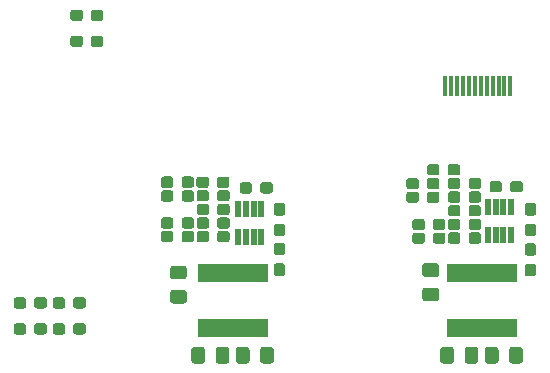
<source format=gbr>
G04 #@! TF.GenerationSoftware,KiCad,Pcbnew,(5.1.5)-3*
G04 #@! TF.CreationDate,2020-04-20T22:46:26+08:00*
G04 #@! TF.ProjectId,ptboard,7074626f-6172-4642-9e6b-696361645f70,rev?*
G04 #@! TF.SameCoordinates,PX2349340PY4b0dde0*
G04 #@! TF.FileFunction,Paste,Top*
G04 #@! TF.FilePolarity,Positive*
%FSLAX46Y46*%
G04 Gerber Fmt 4.6, Leading zero omitted, Abs format (unit mm)*
G04 Created by KiCad (PCBNEW (5.1.5)-3) date 2020-04-20 22:46:26*
%MOMM*%
%LPD*%
G04 APERTURE LIST*
%ADD10R,0.300000X1.800000*%
%ADD11R,5.900000X1.600000*%
%ADD12C,0.100000*%
%ADD13R,0.490000X1.340000*%
G04 APERTURE END LIST*
D10*
G04 #@! TO.C,J1*
X44450000Y30080000D03*
X43950000Y30080000D03*
X43450000Y30080000D03*
X42950000Y30080000D03*
X42450000Y30080000D03*
X41950000Y30080000D03*
X41450000Y30080000D03*
X38950000Y30080000D03*
X39950000Y30080000D03*
X40450000Y30080000D03*
X40950000Y30080000D03*
X39450000Y30080000D03*
G04 #@! TD*
D11*
G04 #@! TO.C,L5*
X42025000Y9550000D03*
X42025000Y14250000D03*
G04 #@! TD*
G04 #@! TO.C,L3*
X20945000Y9550000D03*
X20945000Y14250000D03*
G04 #@! TD*
D12*
G04 #@! TO.C,C30*
G36*
X39449505Y7968796D02*
G01*
X39473773Y7965196D01*
X39497572Y7959235D01*
X39520671Y7950970D01*
X39542850Y7940480D01*
X39563893Y7927868D01*
X39583599Y7913253D01*
X39601777Y7896777D01*
X39618253Y7878599D01*
X39632868Y7858893D01*
X39645480Y7837850D01*
X39655970Y7815671D01*
X39664235Y7792572D01*
X39670196Y7768773D01*
X39673796Y7744505D01*
X39675000Y7720001D01*
X39675000Y6819999D01*
X39673796Y6795495D01*
X39670196Y6771227D01*
X39664235Y6747428D01*
X39655970Y6724329D01*
X39645480Y6702150D01*
X39632868Y6681107D01*
X39618253Y6661401D01*
X39601777Y6643223D01*
X39583599Y6626747D01*
X39563893Y6612132D01*
X39542850Y6599520D01*
X39520671Y6589030D01*
X39497572Y6580765D01*
X39473773Y6574804D01*
X39449505Y6571204D01*
X39425001Y6570000D01*
X38774999Y6570000D01*
X38750495Y6571204D01*
X38726227Y6574804D01*
X38702428Y6580765D01*
X38679329Y6589030D01*
X38657150Y6599520D01*
X38636107Y6612132D01*
X38616401Y6626747D01*
X38598223Y6643223D01*
X38581747Y6661401D01*
X38567132Y6681107D01*
X38554520Y6702150D01*
X38544030Y6724329D01*
X38535765Y6747428D01*
X38529804Y6771227D01*
X38526204Y6795495D01*
X38525000Y6819999D01*
X38525000Y7720001D01*
X38526204Y7744505D01*
X38529804Y7768773D01*
X38535765Y7792572D01*
X38544030Y7815671D01*
X38554520Y7837850D01*
X38567132Y7858893D01*
X38581747Y7878599D01*
X38598223Y7896777D01*
X38616401Y7913253D01*
X38636107Y7927868D01*
X38657150Y7940480D01*
X38679329Y7950970D01*
X38702428Y7959235D01*
X38726227Y7965196D01*
X38750495Y7968796D01*
X38774999Y7970000D01*
X39425001Y7970000D01*
X39449505Y7968796D01*
G37*
G36*
X41499505Y7968796D02*
G01*
X41523773Y7965196D01*
X41547572Y7959235D01*
X41570671Y7950970D01*
X41592850Y7940480D01*
X41613893Y7927868D01*
X41633599Y7913253D01*
X41651777Y7896777D01*
X41668253Y7878599D01*
X41682868Y7858893D01*
X41695480Y7837850D01*
X41705970Y7815671D01*
X41714235Y7792572D01*
X41720196Y7768773D01*
X41723796Y7744505D01*
X41725000Y7720001D01*
X41725000Y6819999D01*
X41723796Y6795495D01*
X41720196Y6771227D01*
X41714235Y6747428D01*
X41705970Y6724329D01*
X41695480Y6702150D01*
X41682868Y6681107D01*
X41668253Y6661401D01*
X41651777Y6643223D01*
X41633599Y6626747D01*
X41613893Y6612132D01*
X41592850Y6599520D01*
X41570671Y6589030D01*
X41547572Y6580765D01*
X41523773Y6574804D01*
X41499505Y6571204D01*
X41475001Y6570000D01*
X40824999Y6570000D01*
X40800495Y6571204D01*
X40776227Y6574804D01*
X40752428Y6580765D01*
X40729329Y6589030D01*
X40707150Y6599520D01*
X40686107Y6612132D01*
X40666401Y6626747D01*
X40648223Y6643223D01*
X40631747Y6661401D01*
X40617132Y6681107D01*
X40604520Y6702150D01*
X40594030Y6724329D01*
X40585765Y6747428D01*
X40579804Y6771227D01*
X40576204Y6795495D01*
X40575000Y6819999D01*
X40575000Y7720001D01*
X40576204Y7744505D01*
X40579804Y7768773D01*
X40585765Y7792572D01*
X40594030Y7815671D01*
X40604520Y7837850D01*
X40617132Y7858893D01*
X40631747Y7878599D01*
X40648223Y7896777D01*
X40666401Y7913253D01*
X40686107Y7927868D01*
X40707150Y7940480D01*
X40729329Y7950970D01*
X40752428Y7959235D01*
X40776227Y7965196D01*
X40800495Y7968796D01*
X40824999Y7970000D01*
X41475001Y7970000D01*
X41499505Y7968796D01*
G37*
G04 #@! TD*
G04 #@! TO.C,C29*
G36*
X45274505Y7968796D02*
G01*
X45298773Y7965196D01*
X45322572Y7959235D01*
X45345671Y7950970D01*
X45367850Y7940480D01*
X45388893Y7927868D01*
X45408599Y7913253D01*
X45426777Y7896777D01*
X45443253Y7878599D01*
X45457868Y7858893D01*
X45470480Y7837850D01*
X45480970Y7815671D01*
X45489235Y7792572D01*
X45495196Y7768773D01*
X45498796Y7744505D01*
X45500000Y7720001D01*
X45500000Y6819999D01*
X45498796Y6795495D01*
X45495196Y6771227D01*
X45489235Y6747428D01*
X45480970Y6724329D01*
X45470480Y6702150D01*
X45457868Y6681107D01*
X45443253Y6661401D01*
X45426777Y6643223D01*
X45408599Y6626747D01*
X45388893Y6612132D01*
X45367850Y6599520D01*
X45345671Y6589030D01*
X45322572Y6580765D01*
X45298773Y6574804D01*
X45274505Y6571204D01*
X45250001Y6570000D01*
X44599999Y6570000D01*
X44575495Y6571204D01*
X44551227Y6574804D01*
X44527428Y6580765D01*
X44504329Y6589030D01*
X44482150Y6599520D01*
X44461107Y6612132D01*
X44441401Y6626747D01*
X44423223Y6643223D01*
X44406747Y6661401D01*
X44392132Y6681107D01*
X44379520Y6702150D01*
X44369030Y6724329D01*
X44360765Y6747428D01*
X44354804Y6771227D01*
X44351204Y6795495D01*
X44350000Y6819999D01*
X44350000Y7720001D01*
X44351204Y7744505D01*
X44354804Y7768773D01*
X44360765Y7792572D01*
X44369030Y7815671D01*
X44379520Y7837850D01*
X44392132Y7858893D01*
X44406747Y7878599D01*
X44423223Y7896777D01*
X44441401Y7913253D01*
X44461107Y7927868D01*
X44482150Y7940480D01*
X44504329Y7950970D01*
X44527428Y7959235D01*
X44551227Y7965196D01*
X44575495Y7968796D01*
X44599999Y7970000D01*
X45250001Y7970000D01*
X45274505Y7968796D01*
G37*
G36*
X43224505Y7968796D02*
G01*
X43248773Y7965196D01*
X43272572Y7959235D01*
X43295671Y7950970D01*
X43317850Y7940480D01*
X43338893Y7927868D01*
X43358599Y7913253D01*
X43376777Y7896777D01*
X43393253Y7878599D01*
X43407868Y7858893D01*
X43420480Y7837850D01*
X43430970Y7815671D01*
X43439235Y7792572D01*
X43445196Y7768773D01*
X43448796Y7744505D01*
X43450000Y7720001D01*
X43450000Y6819999D01*
X43448796Y6795495D01*
X43445196Y6771227D01*
X43439235Y6747428D01*
X43430970Y6724329D01*
X43420480Y6702150D01*
X43407868Y6681107D01*
X43393253Y6661401D01*
X43376777Y6643223D01*
X43358599Y6626747D01*
X43338893Y6612132D01*
X43317850Y6599520D01*
X43295671Y6589030D01*
X43272572Y6580765D01*
X43248773Y6574804D01*
X43224505Y6571204D01*
X43200001Y6570000D01*
X42549999Y6570000D01*
X42525495Y6571204D01*
X42501227Y6574804D01*
X42477428Y6580765D01*
X42454329Y6589030D01*
X42432150Y6599520D01*
X42411107Y6612132D01*
X42391401Y6626747D01*
X42373223Y6643223D01*
X42356747Y6661401D01*
X42342132Y6681107D01*
X42329520Y6702150D01*
X42319030Y6724329D01*
X42310765Y6747428D01*
X42304804Y6771227D01*
X42301204Y6795495D01*
X42300000Y6819999D01*
X42300000Y7720001D01*
X42301204Y7744505D01*
X42304804Y7768773D01*
X42310765Y7792572D01*
X42319030Y7815671D01*
X42329520Y7837850D01*
X42342132Y7858893D01*
X42356747Y7878599D01*
X42373223Y7896777D01*
X42391401Y7913253D01*
X42411107Y7927868D01*
X42432150Y7940480D01*
X42454329Y7950970D01*
X42477428Y7959235D01*
X42501227Y7965196D01*
X42525495Y7968796D01*
X42549999Y7970000D01*
X43200001Y7970000D01*
X43224505Y7968796D01*
G37*
G04 #@! TD*
G04 #@! TO.C,C25*
G36*
X38174505Y13003796D02*
G01*
X38198773Y13000196D01*
X38222572Y12994235D01*
X38245671Y12985970D01*
X38267850Y12975480D01*
X38288893Y12962868D01*
X38308599Y12948253D01*
X38326777Y12931777D01*
X38343253Y12913599D01*
X38357868Y12893893D01*
X38370480Y12872850D01*
X38380970Y12850671D01*
X38389235Y12827572D01*
X38395196Y12803773D01*
X38398796Y12779505D01*
X38400000Y12755001D01*
X38400000Y12104999D01*
X38398796Y12080495D01*
X38395196Y12056227D01*
X38389235Y12032428D01*
X38380970Y12009329D01*
X38370480Y11987150D01*
X38357868Y11966107D01*
X38343253Y11946401D01*
X38326777Y11928223D01*
X38308599Y11911747D01*
X38288893Y11897132D01*
X38267850Y11884520D01*
X38245671Y11874030D01*
X38222572Y11865765D01*
X38198773Y11859804D01*
X38174505Y11856204D01*
X38150001Y11855000D01*
X37249999Y11855000D01*
X37225495Y11856204D01*
X37201227Y11859804D01*
X37177428Y11865765D01*
X37154329Y11874030D01*
X37132150Y11884520D01*
X37111107Y11897132D01*
X37091401Y11911747D01*
X37073223Y11928223D01*
X37056747Y11946401D01*
X37042132Y11966107D01*
X37029520Y11987150D01*
X37019030Y12009329D01*
X37010765Y12032428D01*
X37004804Y12056227D01*
X37001204Y12080495D01*
X37000000Y12104999D01*
X37000000Y12755001D01*
X37001204Y12779505D01*
X37004804Y12803773D01*
X37010765Y12827572D01*
X37019030Y12850671D01*
X37029520Y12872850D01*
X37042132Y12893893D01*
X37056747Y12913599D01*
X37073223Y12931777D01*
X37091401Y12948253D01*
X37111107Y12962868D01*
X37132150Y12975480D01*
X37154329Y12985970D01*
X37177428Y12994235D01*
X37201227Y13000196D01*
X37225495Y13003796D01*
X37249999Y13005000D01*
X38150001Y13005000D01*
X38174505Y13003796D01*
G37*
G36*
X38174505Y15053796D02*
G01*
X38198773Y15050196D01*
X38222572Y15044235D01*
X38245671Y15035970D01*
X38267850Y15025480D01*
X38288893Y15012868D01*
X38308599Y14998253D01*
X38326777Y14981777D01*
X38343253Y14963599D01*
X38357868Y14943893D01*
X38370480Y14922850D01*
X38380970Y14900671D01*
X38389235Y14877572D01*
X38395196Y14853773D01*
X38398796Y14829505D01*
X38400000Y14805001D01*
X38400000Y14154999D01*
X38398796Y14130495D01*
X38395196Y14106227D01*
X38389235Y14082428D01*
X38380970Y14059329D01*
X38370480Y14037150D01*
X38357868Y14016107D01*
X38343253Y13996401D01*
X38326777Y13978223D01*
X38308599Y13961747D01*
X38288893Y13947132D01*
X38267850Y13934520D01*
X38245671Y13924030D01*
X38222572Y13915765D01*
X38198773Y13909804D01*
X38174505Y13906204D01*
X38150001Y13905000D01*
X37249999Y13905000D01*
X37225495Y13906204D01*
X37201227Y13909804D01*
X37177428Y13915765D01*
X37154329Y13924030D01*
X37132150Y13934520D01*
X37111107Y13947132D01*
X37091401Y13961747D01*
X37073223Y13978223D01*
X37056747Y13996401D01*
X37042132Y14016107D01*
X37029520Y14037150D01*
X37019030Y14059329D01*
X37010765Y14082428D01*
X37004804Y14106227D01*
X37001204Y14130495D01*
X37000000Y14154999D01*
X37000000Y14805001D01*
X37001204Y14829505D01*
X37004804Y14853773D01*
X37010765Y14877572D01*
X37019030Y14900671D01*
X37029520Y14922850D01*
X37042132Y14943893D01*
X37056747Y14963599D01*
X37073223Y14981777D01*
X37091401Y14998253D01*
X37111107Y15012868D01*
X37132150Y15025480D01*
X37154329Y15035970D01*
X37177428Y15044235D01*
X37201227Y15050196D01*
X37225495Y15053796D01*
X37249999Y15055000D01*
X38150001Y15055000D01*
X38174505Y15053796D01*
G37*
G04 #@! TD*
G04 #@! TO.C,C14*
G36*
X18369505Y7968796D02*
G01*
X18393773Y7965196D01*
X18417572Y7959235D01*
X18440671Y7950970D01*
X18462850Y7940480D01*
X18483893Y7927868D01*
X18503599Y7913253D01*
X18521777Y7896777D01*
X18538253Y7878599D01*
X18552868Y7858893D01*
X18565480Y7837850D01*
X18575970Y7815671D01*
X18584235Y7792572D01*
X18590196Y7768773D01*
X18593796Y7744505D01*
X18595000Y7720001D01*
X18595000Y6819999D01*
X18593796Y6795495D01*
X18590196Y6771227D01*
X18584235Y6747428D01*
X18575970Y6724329D01*
X18565480Y6702150D01*
X18552868Y6681107D01*
X18538253Y6661401D01*
X18521777Y6643223D01*
X18503599Y6626747D01*
X18483893Y6612132D01*
X18462850Y6599520D01*
X18440671Y6589030D01*
X18417572Y6580765D01*
X18393773Y6574804D01*
X18369505Y6571204D01*
X18345001Y6570000D01*
X17694999Y6570000D01*
X17670495Y6571204D01*
X17646227Y6574804D01*
X17622428Y6580765D01*
X17599329Y6589030D01*
X17577150Y6599520D01*
X17556107Y6612132D01*
X17536401Y6626747D01*
X17518223Y6643223D01*
X17501747Y6661401D01*
X17487132Y6681107D01*
X17474520Y6702150D01*
X17464030Y6724329D01*
X17455765Y6747428D01*
X17449804Y6771227D01*
X17446204Y6795495D01*
X17445000Y6819999D01*
X17445000Y7720001D01*
X17446204Y7744505D01*
X17449804Y7768773D01*
X17455765Y7792572D01*
X17464030Y7815671D01*
X17474520Y7837850D01*
X17487132Y7858893D01*
X17501747Y7878599D01*
X17518223Y7896777D01*
X17536401Y7913253D01*
X17556107Y7927868D01*
X17577150Y7940480D01*
X17599329Y7950970D01*
X17622428Y7959235D01*
X17646227Y7965196D01*
X17670495Y7968796D01*
X17694999Y7970000D01*
X18345001Y7970000D01*
X18369505Y7968796D01*
G37*
G36*
X20419505Y7968796D02*
G01*
X20443773Y7965196D01*
X20467572Y7959235D01*
X20490671Y7950970D01*
X20512850Y7940480D01*
X20533893Y7927868D01*
X20553599Y7913253D01*
X20571777Y7896777D01*
X20588253Y7878599D01*
X20602868Y7858893D01*
X20615480Y7837850D01*
X20625970Y7815671D01*
X20634235Y7792572D01*
X20640196Y7768773D01*
X20643796Y7744505D01*
X20645000Y7720001D01*
X20645000Y6819999D01*
X20643796Y6795495D01*
X20640196Y6771227D01*
X20634235Y6747428D01*
X20625970Y6724329D01*
X20615480Y6702150D01*
X20602868Y6681107D01*
X20588253Y6661401D01*
X20571777Y6643223D01*
X20553599Y6626747D01*
X20533893Y6612132D01*
X20512850Y6599520D01*
X20490671Y6589030D01*
X20467572Y6580765D01*
X20443773Y6574804D01*
X20419505Y6571204D01*
X20395001Y6570000D01*
X19744999Y6570000D01*
X19720495Y6571204D01*
X19696227Y6574804D01*
X19672428Y6580765D01*
X19649329Y6589030D01*
X19627150Y6599520D01*
X19606107Y6612132D01*
X19586401Y6626747D01*
X19568223Y6643223D01*
X19551747Y6661401D01*
X19537132Y6681107D01*
X19524520Y6702150D01*
X19514030Y6724329D01*
X19505765Y6747428D01*
X19499804Y6771227D01*
X19496204Y6795495D01*
X19495000Y6819999D01*
X19495000Y7720001D01*
X19496204Y7744505D01*
X19499804Y7768773D01*
X19505765Y7792572D01*
X19514030Y7815671D01*
X19524520Y7837850D01*
X19537132Y7858893D01*
X19551747Y7878599D01*
X19568223Y7896777D01*
X19586401Y7913253D01*
X19606107Y7927868D01*
X19627150Y7940480D01*
X19649329Y7950970D01*
X19672428Y7959235D01*
X19696227Y7965196D01*
X19720495Y7968796D01*
X19744999Y7970000D01*
X20395001Y7970000D01*
X20419505Y7968796D01*
G37*
G04 #@! TD*
G04 #@! TO.C,C13*
G36*
X24194505Y7968796D02*
G01*
X24218773Y7965196D01*
X24242572Y7959235D01*
X24265671Y7950970D01*
X24287850Y7940480D01*
X24308893Y7927868D01*
X24328599Y7913253D01*
X24346777Y7896777D01*
X24363253Y7878599D01*
X24377868Y7858893D01*
X24390480Y7837850D01*
X24400970Y7815671D01*
X24409235Y7792572D01*
X24415196Y7768773D01*
X24418796Y7744505D01*
X24420000Y7720001D01*
X24420000Y6819999D01*
X24418796Y6795495D01*
X24415196Y6771227D01*
X24409235Y6747428D01*
X24400970Y6724329D01*
X24390480Y6702150D01*
X24377868Y6681107D01*
X24363253Y6661401D01*
X24346777Y6643223D01*
X24328599Y6626747D01*
X24308893Y6612132D01*
X24287850Y6599520D01*
X24265671Y6589030D01*
X24242572Y6580765D01*
X24218773Y6574804D01*
X24194505Y6571204D01*
X24170001Y6570000D01*
X23519999Y6570000D01*
X23495495Y6571204D01*
X23471227Y6574804D01*
X23447428Y6580765D01*
X23424329Y6589030D01*
X23402150Y6599520D01*
X23381107Y6612132D01*
X23361401Y6626747D01*
X23343223Y6643223D01*
X23326747Y6661401D01*
X23312132Y6681107D01*
X23299520Y6702150D01*
X23289030Y6724329D01*
X23280765Y6747428D01*
X23274804Y6771227D01*
X23271204Y6795495D01*
X23270000Y6819999D01*
X23270000Y7720001D01*
X23271204Y7744505D01*
X23274804Y7768773D01*
X23280765Y7792572D01*
X23289030Y7815671D01*
X23299520Y7837850D01*
X23312132Y7858893D01*
X23326747Y7878599D01*
X23343223Y7896777D01*
X23361401Y7913253D01*
X23381107Y7927868D01*
X23402150Y7940480D01*
X23424329Y7950970D01*
X23447428Y7959235D01*
X23471227Y7965196D01*
X23495495Y7968796D01*
X23519999Y7970000D01*
X24170001Y7970000D01*
X24194505Y7968796D01*
G37*
G36*
X22144505Y7968796D02*
G01*
X22168773Y7965196D01*
X22192572Y7959235D01*
X22215671Y7950970D01*
X22237850Y7940480D01*
X22258893Y7927868D01*
X22278599Y7913253D01*
X22296777Y7896777D01*
X22313253Y7878599D01*
X22327868Y7858893D01*
X22340480Y7837850D01*
X22350970Y7815671D01*
X22359235Y7792572D01*
X22365196Y7768773D01*
X22368796Y7744505D01*
X22370000Y7720001D01*
X22370000Y6819999D01*
X22368796Y6795495D01*
X22365196Y6771227D01*
X22359235Y6747428D01*
X22350970Y6724329D01*
X22340480Y6702150D01*
X22327868Y6681107D01*
X22313253Y6661401D01*
X22296777Y6643223D01*
X22278599Y6626747D01*
X22258893Y6612132D01*
X22237850Y6599520D01*
X22215671Y6589030D01*
X22192572Y6580765D01*
X22168773Y6574804D01*
X22144505Y6571204D01*
X22120001Y6570000D01*
X21469999Y6570000D01*
X21445495Y6571204D01*
X21421227Y6574804D01*
X21397428Y6580765D01*
X21374329Y6589030D01*
X21352150Y6599520D01*
X21331107Y6612132D01*
X21311401Y6626747D01*
X21293223Y6643223D01*
X21276747Y6661401D01*
X21262132Y6681107D01*
X21249520Y6702150D01*
X21239030Y6724329D01*
X21230765Y6747428D01*
X21224804Y6771227D01*
X21221204Y6795495D01*
X21220000Y6819999D01*
X21220000Y7720001D01*
X21221204Y7744505D01*
X21224804Y7768773D01*
X21230765Y7792572D01*
X21239030Y7815671D01*
X21249520Y7837850D01*
X21262132Y7858893D01*
X21276747Y7878599D01*
X21293223Y7896777D01*
X21311401Y7913253D01*
X21331107Y7927868D01*
X21352150Y7940480D01*
X21374329Y7950970D01*
X21397428Y7959235D01*
X21421227Y7965196D01*
X21445495Y7968796D01*
X21469999Y7970000D01*
X22120001Y7970000D01*
X22144505Y7968796D01*
G37*
G04 #@! TD*
G04 #@! TO.C,C9*
G36*
X16824505Y12798796D02*
G01*
X16848773Y12795196D01*
X16872572Y12789235D01*
X16895671Y12780970D01*
X16917850Y12770480D01*
X16938893Y12757868D01*
X16958599Y12743253D01*
X16976777Y12726777D01*
X16993253Y12708599D01*
X17007868Y12688893D01*
X17020480Y12667850D01*
X17030970Y12645671D01*
X17039235Y12622572D01*
X17045196Y12598773D01*
X17048796Y12574505D01*
X17050000Y12550001D01*
X17050000Y11899999D01*
X17048796Y11875495D01*
X17045196Y11851227D01*
X17039235Y11827428D01*
X17030970Y11804329D01*
X17020480Y11782150D01*
X17007868Y11761107D01*
X16993253Y11741401D01*
X16976777Y11723223D01*
X16958599Y11706747D01*
X16938893Y11692132D01*
X16917850Y11679520D01*
X16895671Y11669030D01*
X16872572Y11660765D01*
X16848773Y11654804D01*
X16824505Y11651204D01*
X16800001Y11650000D01*
X15899999Y11650000D01*
X15875495Y11651204D01*
X15851227Y11654804D01*
X15827428Y11660765D01*
X15804329Y11669030D01*
X15782150Y11679520D01*
X15761107Y11692132D01*
X15741401Y11706747D01*
X15723223Y11723223D01*
X15706747Y11741401D01*
X15692132Y11761107D01*
X15679520Y11782150D01*
X15669030Y11804329D01*
X15660765Y11827428D01*
X15654804Y11851227D01*
X15651204Y11875495D01*
X15650000Y11899999D01*
X15650000Y12550001D01*
X15651204Y12574505D01*
X15654804Y12598773D01*
X15660765Y12622572D01*
X15669030Y12645671D01*
X15679520Y12667850D01*
X15692132Y12688893D01*
X15706747Y12708599D01*
X15723223Y12726777D01*
X15741401Y12743253D01*
X15761107Y12757868D01*
X15782150Y12770480D01*
X15804329Y12780970D01*
X15827428Y12789235D01*
X15851227Y12795196D01*
X15875495Y12798796D01*
X15899999Y12800000D01*
X16800001Y12800000D01*
X16824505Y12798796D01*
G37*
G36*
X16824505Y14848796D02*
G01*
X16848773Y14845196D01*
X16872572Y14839235D01*
X16895671Y14830970D01*
X16917850Y14820480D01*
X16938893Y14807868D01*
X16958599Y14793253D01*
X16976777Y14776777D01*
X16993253Y14758599D01*
X17007868Y14738893D01*
X17020480Y14717850D01*
X17030970Y14695671D01*
X17039235Y14672572D01*
X17045196Y14648773D01*
X17048796Y14624505D01*
X17050000Y14600001D01*
X17050000Y13949999D01*
X17048796Y13925495D01*
X17045196Y13901227D01*
X17039235Y13877428D01*
X17030970Y13854329D01*
X17020480Y13832150D01*
X17007868Y13811107D01*
X16993253Y13791401D01*
X16976777Y13773223D01*
X16958599Y13756747D01*
X16938893Y13742132D01*
X16917850Y13729520D01*
X16895671Y13719030D01*
X16872572Y13710765D01*
X16848773Y13704804D01*
X16824505Y13701204D01*
X16800001Y13700000D01*
X15899999Y13700000D01*
X15875495Y13701204D01*
X15851227Y13704804D01*
X15827428Y13710765D01*
X15804329Y13719030D01*
X15782150Y13729520D01*
X15761107Y13742132D01*
X15741401Y13756747D01*
X15723223Y13773223D01*
X15706747Y13791401D01*
X15692132Y13811107D01*
X15679520Y13832150D01*
X15669030Y13854329D01*
X15660765Y13877428D01*
X15654804Y13901227D01*
X15651204Y13925495D01*
X15650000Y13949999D01*
X15650000Y14600001D01*
X15651204Y14624505D01*
X15654804Y14648773D01*
X15660765Y14672572D01*
X15669030Y14695671D01*
X15679520Y14717850D01*
X15692132Y14738893D01*
X15706747Y14758599D01*
X15723223Y14776777D01*
X15741401Y14793253D01*
X15761107Y14807868D01*
X15782150Y14820480D01*
X15804329Y14830970D01*
X15827428Y14839235D01*
X15851227Y14845196D01*
X15875495Y14848796D01*
X15899999Y14850000D01*
X16800001Y14850000D01*
X16824505Y14848796D01*
G37*
G04 #@! TD*
G04 #@! TO.C,R5*
G36*
X25160779Y20148856D02*
G01*
X25183834Y20145437D01*
X25206443Y20139773D01*
X25228387Y20131921D01*
X25249457Y20121956D01*
X25269448Y20109974D01*
X25288168Y20096090D01*
X25305438Y20080438D01*
X25321090Y20063168D01*
X25334974Y20044448D01*
X25346956Y20024457D01*
X25356921Y20003387D01*
X25364773Y19981443D01*
X25370437Y19958834D01*
X25373856Y19935779D01*
X25375000Y19912500D01*
X25375000Y19337500D01*
X25373856Y19314221D01*
X25370437Y19291166D01*
X25364773Y19268557D01*
X25356921Y19246613D01*
X25346956Y19225543D01*
X25334974Y19205552D01*
X25321090Y19186832D01*
X25305438Y19169562D01*
X25288168Y19153910D01*
X25269448Y19140026D01*
X25249457Y19128044D01*
X25228387Y19118079D01*
X25206443Y19110227D01*
X25183834Y19104563D01*
X25160779Y19101144D01*
X25137500Y19100000D01*
X24662500Y19100000D01*
X24639221Y19101144D01*
X24616166Y19104563D01*
X24593557Y19110227D01*
X24571613Y19118079D01*
X24550543Y19128044D01*
X24530552Y19140026D01*
X24511832Y19153910D01*
X24494562Y19169562D01*
X24478910Y19186832D01*
X24465026Y19205552D01*
X24453044Y19225543D01*
X24443079Y19246613D01*
X24435227Y19268557D01*
X24429563Y19291166D01*
X24426144Y19314221D01*
X24425000Y19337500D01*
X24425000Y19912500D01*
X24426144Y19935779D01*
X24429563Y19958834D01*
X24435227Y19981443D01*
X24443079Y20003387D01*
X24453044Y20024457D01*
X24465026Y20044448D01*
X24478910Y20063168D01*
X24494562Y20080438D01*
X24511832Y20096090D01*
X24530552Y20109974D01*
X24550543Y20121956D01*
X24571613Y20131921D01*
X24593557Y20139773D01*
X24616166Y20145437D01*
X24639221Y20148856D01*
X24662500Y20150000D01*
X25137500Y20150000D01*
X25160779Y20148856D01*
G37*
G36*
X25160779Y18398856D02*
G01*
X25183834Y18395437D01*
X25206443Y18389773D01*
X25228387Y18381921D01*
X25249457Y18371956D01*
X25269448Y18359974D01*
X25288168Y18346090D01*
X25305438Y18330438D01*
X25321090Y18313168D01*
X25334974Y18294448D01*
X25346956Y18274457D01*
X25356921Y18253387D01*
X25364773Y18231443D01*
X25370437Y18208834D01*
X25373856Y18185779D01*
X25375000Y18162500D01*
X25375000Y17587500D01*
X25373856Y17564221D01*
X25370437Y17541166D01*
X25364773Y17518557D01*
X25356921Y17496613D01*
X25346956Y17475543D01*
X25334974Y17455552D01*
X25321090Y17436832D01*
X25305438Y17419562D01*
X25288168Y17403910D01*
X25269448Y17390026D01*
X25249457Y17378044D01*
X25228387Y17368079D01*
X25206443Y17360227D01*
X25183834Y17354563D01*
X25160779Y17351144D01*
X25137500Y17350000D01*
X24662500Y17350000D01*
X24639221Y17351144D01*
X24616166Y17354563D01*
X24593557Y17360227D01*
X24571613Y17368079D01*
X24550543Y17378044D01*
X24530552Y17390026D01*
X24511832Y17403910D01*
X24494562Y17419562D01*
X24478910Y17436832D01*
X24465026Y17455552D01*
X24453044Y17475543D01*
X24443079Y17496613D01*
X24435227Y17518557D01*
X24429563Y17541166D01*
X24426144Y17564221D01*
X24425000Y17587500D01*
X24425000Y18162500D01*
X24426144Y18185779D01*
X24429563Y18208834D01*
X24435227Y18231443D01*
X24443079Y18253387D01*
X24453044Y18274457D01*
X24465026Y18294448D01*
X24478910Y18313168D01*
X24494562Y18330438D01*
X24511832Y18346090D01*
X24530552Y18359974D01*
X24550543Y18371956D01*
X24571613Y18381921D01*
X24593557Y18389773D01*
X24616166Y18395437D01*
X24639221Y18398856D01*
X24662500Y18400000D01*
X25137500Y18400000D01*
X25160779Y18398856D01*
G37*
G04 #@! TD*
G04 #@! TO.C,R1*
G36*
X8035779Y34323856D02*
G01*
X8058834Y34320437D01*
X8081443Y34314773D01*
X8103387Y34306921D01*
X8124457Y34296956D01*
X8144448Y34284974D01*
X8163168Y34271090D01*
X8180438Y34255438D01*
X8196090Y34238168D01*
X8209974Y34219448D01*
X8221956Y34199457D01*
X8231921Y34178387D01*
X8239773Y34156443D01*
X8245437Y34133834D01*
X8248856Y34110779D01*
X8250000Y34087500D01*
X8250000Y33612500D01*
X8248856Y33589221D01*
X8245437Y33566166D01*
X8239773Y33543557D01*
X8231921Y33521613D01*
X8221956Y33500543D01*
X8209974Y33480552D01*
X8196090Y33461832D01*
X8180438Y33444562D01*
X8163168Y33428910D01*
X8144448Y33415026D01*
X8124457Y33403044D01*
X8103387Y33393079D01*
X8081443Y33385227D01*
X8058834Y33379563D01*
X8035779Y33376144D01*
X8012500Y33375000D01*
X7437500Y33375000D01*
X7414221Y33376144D01*
X7391166Y33379563D01*
X7368557Y33385227D01*
X7346613Y33393079D01*
X7325543Y33403044D01*
X7305552Y33415026D01*
X7286832Y33428910D01*
X7269562Y33444562D01*
X7253910Y33461832D01*
X7240026Y33480552D01*
X7228044Y33500543D01*
X7218079Y33521613D01*
X7210227Y33543557D01*
X7204563Y33566166D01*
X7201144Y33589221D01*
X7200000Y33612500D01*
X7200000Y34087500D01*
X7201144Y34110779D01*
X7204563Y34133834D01*
X7210227Y34156443D01*
X7218079Y34178387D01*
X7228044Y34199457D01*
X7240026Y34219448D01*
X7253910Y34238168D01*
X7269562Y34255438D01*
X7286832Y34271090D01*
X7305552Y34284974D01*
X7325543Y34296956D01*
X7346613Y34306921D01*
X7368557Y34314773D01*
X7391166Y34320437D01*
X7414221Y34323856D01*
X7437500Y34325000D01*
X8012500Y34325000D01*
X8035779Y34323856D01*
G37*
G36*
X9785779Y34323856D02*
G01*
X9808834Y34320437D01*
X9831443Y34314773D01*
X9853387Y34306921D01*
X9874457Y34296956D01*
X9894448Y34284974D01*
X9913168Y34271090D01*
X9930438Y34255438D01*
X9946090Y34238168D01*
X9959974Y34219448D01*
X9971956Y34199457D01*
X9981921Y34178387D01*
X9989773Y34156443D01*
X9995437Y34133834D01*
X9998856Y34110779D01*
X10000000Y34087500D01*
X10000000Y33612500D01*
X9998856Y33589221D01*
X9995437Y33566166D01*
X9989773Y33543557D01*
X9981921Y33521613D01*
X9971956Y33500543D01*
X9959974Y33480552D01*
X9946090Y33461832D01*
X9930438Y33444562D01*
X9913168Y33428910D01*
X9894448Y33415026D01*
X9874457Y33403044D01*
X9853387Y33393079D01*
X9831443Y33385227D01*
X9808834Y33379563D01*
X9785779Y33376144D01*
X9762500Y33375000D01*
X9187500Y33375000D01*
X9164221Y33376144D01*
X9141166Y33379563D01*
X9118557Y33385227D01*
X9096613Y33393079D01*
X9075543Y33403044D01*
X9055552Y33415026D01*
X9036832Y33428910D01*
X9019562Y33444562D01*
X9003910Y33461832D01*
X8990026Y33480552D01*
X8978044Y33500543D01*
X8968079Y33521613D01*
X8960227Y33543557D01*
X8954563Y33566166D01*
X8951144Y33589221D01*
X8950000Y33612500D01*
X8950000Y34087500D01*
X8951144Y34110779D01*
X8954563Y34133834D01*
X8960227Y34156443D01*
X8968079Y34178387D01*
X8978044Y34199457D01*
X8990026Y34219448D01*
X9003910Y34238168D01*
X9019562Y34255438D01*
X9036832Y34271090D01*
X9055552Y34284974D01*
X9075543Y34296956D01*
X9096613Y34306921D01*
X9118557Y34314773D01*
X9141166Y34320437D01*
X9164221Y34323856D01*
X9187500Y34325000D01*
X9762500Y34325000D01*
X9785779Y34323856D01*
G37*
G04 #@! TD*
G04 #@! TO.C,R2*
G36*
X8035779Y36523856D02*
G01*
X8058834Y36520437D01*
X8081443Y36514773D01*
X8103387Y36506921D01*
X8124457Y36496956D01*
X8144448Y36484974D01*
X8163168Y36471090D01*
X8180438Y36455438D01*
X8196090Y36438168D01*
X8209974Y36419448D01*
X8221956Y36399457D01*
X8231921Y36378387D01*
X8239773Y36356443D01*
X8245437Y36333834D01*
X8248856Y36310779D01*
X8250000Y36287500D01*
X8250000Y35812500D01*
X8248856Y35789221D01*
X8245437Y35766166D01*
X8239773Y35743557D01*
X8231921Y35721613D01*
X8221956Y35700543D01*
X8209974Y35680552D01*
X8196090Y35661832D01*
X8180438Y35644562D01*
X8163168Y35628910D01*
X8144448Y35615026D01*
X8124457Y35603044D01*
X8103387Y35593079D01*
X8081443Y35585227D01*
X8058834Y35579563D01*
X8035779Y35576144D01*
X8012500Y35575000D01*
X7437500Y35575000D01*
X7414221Y35576144D01*
X7391166Y35579563D01*
X7368557Y35585227D01*
X7346613Y35593079D01*
X7325543Y35603044D01*
X7305552Y35615026D01*
X7286832Y35628910D01*
X7269562Y35644562D01*
X7253910Y35661832D01*
X7240026Y35680552D01*
X7228044Y35700543D01*
X7218079Y35721613D01*
X7210227Y35743557D01*
X7204563Y35766166D01*
X7201144Y35789221D01*
X7200000Y35812500D01*
X7200000Y36287500D01*
X7201144Y36310779D01*
X7204563Y36333834D01*
X7210227Y36356443D01*
X7218079Y36378387D01*
X7228044Y36399457D01*
X7240026Y36419448D01*
X7253910Y36438168D01*
X7269562Y36455438D01*
X7286832Y36471090D01*
X7305552Y36484974D01*
X7325543Y36496956D01*
X7346613Y36506921D01*
X7368557Y36514773D01*
X7391166Y36520437D01*
X7414221Y36523856D01*
X7437500Y36525000D01*
X8012500Y36525000D01*
X8035779Y36523856D01*
G37*
G36*
X9785779Y36523856D02*
G01*
X9808834Y36520437D01*
X9831443Y36514773D01*
X9853387Y36506921D01*
X9874457Y36496956D01*
X9894448Y36484974D01*
X9913168Y36471090D01*
X9930438Y36455438D01*
X9946090Y36438168D01*
X9959974Y36419448D01*
X9971956Y36399457D01*
X9981921Y36378387D01*
X9989773Y36356443D01*
X9995437Y36333834D01*
X9998856Y36310779D01*
X10000000Y36287500D01*
X10000000Y35812500D01*
X9998856Y35789221D01*
X9995437Y35766166D01*
X9989773Y35743557D01*
X9981921Y35721613D01*
X9971956Y35700543D01*
X9959974Y35680552D01*
X9946090Y35661832D01*
X9930438Y35644562D01*
X9913168Y35628910D01*
X9894448Y35615026D01*
X9874457Y35603044D01*
X9853387Y35593079D01*
X9831443Y35585227D01*
X9808834Y35579563D01*
X9785779Y35576144D01*
X9762500Y35575000D01*
X9187500Y35575000D01*
X9164221Y35576144D01*
X9141166Y35579563D01*
X9118557Y35585227D01*
X9096613Y35593079D01*
X9075543Y35603044D01*
X9055552Y35615026D01*
X9036832Y35628910D01*
X9019562Y35644562D01*
X9003910Y35661832D01*
X8990026Y35680552D01*
X8978044Y35700543D01*
X8968079Y35721613D01*
X8960227Y35743557D01*
X8954563Y35766166D01*
X8951144Y35789221D01*
X8950000Y35812500D01*
X8950000Y36287500D01*
X8951144Y36310779D01*
X8954563Y36333834D01*
X8960227Y36356443D01*
X8968079Y36378387D01*
X8978044Y36399457D01*
X8990026Y36419448D01*
X9003910Y36438168D01*
X9019562Y36455438D01*
X9036832Y36471090D01*
X9055552Y36484974D01*
X9075543Y36496956D01*
X9096613Y36506921D01*
X9118557Y36514773D01*
X9141166Y36520437D01*
X9164221Y36523856D01*
X9187500Y36525000D01*
X9762500Y36525000D01*
X9785779Y36523856D01*
G37*
G04 #@! TD*
G04 #@! TO.C,R3*
G36*
X22365779Y21913856D02*
G01*
X22388834Y21910437D01*
X22411443Y21904773D01*
X22433387Y21896921D01*
X22454457Y21886956D01*
X22474448Y21874974D01*
X22493168Y21861090D01*
X22510438Y21845438D01*
X22526090Y21828168D01*
X22539974Y21809448D01*
X22551956Y21789457D01*
X22561921Y21768387D01*
X22569773Y21746443D01*
X22575437Y21723834D01*
X22578856Y21700779D01*
X22580000Y21677500D01*
X22580000Y21202500D01*
X22578856Y21179221D01*
X22575437Y21156166D01*
X22569773Y21133557D01*
X22561921Y21111613D01*
X22551956Y21090543D01*
X22539974Y21070552D01*
X22526090Y21051832D01*
X22510438Y21034562D01*
X22493168Y21018910D01*
X22474448Y21005026D01*
X22454457Y20993044D01*
X22433387Y20983079D01*
X22411443Y20975227D01*
X22388834Y20969563D01*
X22365779Y20966144D01*
X22342500Y20965000D01*
X21767500Y20965000D01*
X21744221Y20966144D01*
X21721166Y20969563D01*
X21698557Y20975227D01*
X21676613Y20983079D01*
X21655543Y20993044D01*
X21635552Y21005026D01*
X21616832Y21018910D01*
X21599562Y21034562D01*
X21583910Y21051832D01*
X21570026Y21070552D01*
X21558044Y21090543D01*
X21548079Y21111613D01*
X21540227Y21133557D01*
X21534563Y21156166D01*
X21531144Y21179221D01*
X21530000Y21202500D01*
X21530000Y21677500D01*
X21531144Y21700779D01*
X21534563Y21723834D01*
X21540227Y21746443D01*
X21548079Y21768387D01*
X21558044Y21789457D01*
X21570026Y21809448D01*
X21583910Y21828168D01*
X21599562Y21845438D01*
X21616832Y21861090D01*
X21635552Y21874974D01*
X21655543Y21886956D01*
X21676613Y21896921D01*
X21698557Y21904773D01*
X21721166Y21910437D01*
X21744221Y21913856D01*
X21767500Y21915000D01*
X22342500Y21915000D01*
X22365779Y21913856D01*
G37*
G36*
X24115779Y21913856D02*
G01*
X24138834Y21910437D01*
X24161443Y21904773D01*
X24183387Y21896921D01*
X24204457Y21886956D01*
X24224448Y21874974D01*
X24243168Y21861090D01*
X24260438Y21845438D01*
X24276090Y21828168D01*
X24289974Y21809448D01*
X24301956Y21789457D01*
X24311921Y21768387D01*
X24319773Y21746443D01*
X24325437Y21723834D01*
X24328856Y21700779D01*
X24330000Y21677500D01*
X24330000Y21202500D01*
X24328856Y21179221D01*
X24325437Y21156166D01*
X24319773Y21133557D01*
X24311921Y21111613D01*
X24301956Y21090543D01*
X24289974Y21070552D01*
X24276090Y21051832D01*
X24260438Y21034562D01*
X24243168Y21018910D01*
X24224448Y21005026D01*
X24204457Y20993044D01*
X24183387Y20983079D01*
X24161443Y20975227D01*
X24138834Y20969563D01*
X24115779Y20966144D01*
X24092500Y20965000D01*
X23517500Y20965000D01*
X23494221Y20966144D01*
X23471166Y20969563D01*
X23448557Y20975227D01*
X23426613Y20983079D01*
X23405543Y20993044D01*
X23385552Y21005026D01*
X23366832Y21018910D01*
X23349562Y21034562D01*
X23333910Y21051832D01*
X23320026Y21070552D01*
X23308044Y21090543D01*
X23298079Y21111613D01*
X23290227Y21133557D01*
X23284563Y21156166D01*
X23281144Y21179221D01*
X23280000Y21202500D01*
X23280000Y21677500D01*
X23281144Y21700779D01*
X23284563Y21723834D01*
X23290227Y21746443D01*
X23298079Y21768387D01*
X23308044Y21789457D01*
X23320026Y21809448D01*
X23333910Y21828168D01*
X23349562Y21845438D01*
X23366832Y21861090D01*
X23385552Y21874974D01*
X23405543Y21886956D01*
X23426613Y21896921D01*
X23448557Y21904773D01*
X23471166Y21910437D01*
X23494221Y21913856D01*
X23517500Y21915000D01*
X24092500Y21915000D01*
X24115779Y21913856D01*
G37*
G04 #@! TD*
G04 #@! TO.C,R7*
G36*
X8285779Y12173856D02*
G01*
X8308834Y12170437D01*
X8331443Y12164773D01*
X8353387Y12156921D01*
X8374457Y12146956D01*
X8394448Y12134974D01*
X8413168Y12121090D01*
X8430438Y12105438D01*
X8446090Y12088168D01*
X8459974Y12069448D01*
X8471956Y12049457D01*
X8481921Y12028387D01*
X8489773Y12006443D01*
X8495437Y11983834D01*
X8498856Y11960779D01*
X8500000Y11937500D01*
X8500000Y11462500D01*
X8498856Y11439221D01*
X8495437Y11416166D01*
X8489773Y11393557D01*
X8481921Y11371613D01*
X8471956Y11350543D01*
X8459974Y11330552D01*
X8446090Y11311832D01*
X8430438Y11294562D01*
X8413168Y11278910D01*
X8394448Y11265026D01*
X8374457Y11253044D01*
X8353387Y11243079D01*
X8331443Y11235227D01*
X8308834Y11229563D01*
X8285779Y11226144D01*
X8262500Y11225000D01*
X7687500Y11225000D01*
X7664221Y11226144D01*
X7641166Y11229563D01*
X7618557Y11235227D01*
X7596613Y11243079D01*
X7575543Y11253044D01*
X7555552Y11265026D01*
X7536832Y11278910D01*
X7519562Y11294562D01*
X7503910Y11311832D01*
X7490026Y11330552D01*
X7478044Y11350543D01*
X7468079Y11371613D01*
X7460227Y11393557D01*
X7454563Y11416166D01*
X7451144Y11439221D01*
X7450000Y11462500D01*
X7450000Y11937500D01*
X7451144Y11960779D01*
X7454563Y11983834D01*
X7460227Y12006443D01*
X7468079Y12028387D01*
X7478044Y12049457D01*
X7490026Y12069448D01*
X7503910Y12088168D01*
X7519562Y12105438D01*
X7536832Y12121090D01*
X7555552Y12134974D01*
X7575543Y12146956D01*
X7596613Y12156921D01*
X7618557Y12164773D01*
X7641166Y12170437D01*
X7664221Y12173856D01*
X7687500Y12175000D01*
X8262500Y12175000D01*
X8285779Y12173856D01*
G37*
G36*
X6535779Y12173856D02*
G01*
X6558834Y12170437D01*
X6581443Y12164773D01*
X6603387Y12156921D01*
X6624457Y12146956D01*
X6644448Y12134974D01*
X6663168Y12121090D01*
X6680438Y12105438D01*
X6696090Y12088168D01*
X6709974Y12069448D01*
X6721956Y12049457D01*
X6731921Y12028387D01*
X6739773Y12006443D01*
X6745437Y11983834D01*
X6748856Y11960779D01*
X6750000Y11937500D01*
X6750000Y11462500D01*
X6748856Y11439221D01*
X6745437Y11416166D01*
X6739773Y11393557D01*
X6731921Y11371613D01*
X6721956Y11350543D01*
X6709974Y11330552D01*
X6696090Y11311832D01*
X6680438Y11294562D01*
X6663168Y11278910D01*
X6644448Y11265026D01*
X6624457Y11253044D01*
X6603387Y11243079D01*
X6581443Y11235227D01*
X6558834Y11229563D01*
X6535779Y11226144D01*
X6512500Y11225000D01*
X5937500Y11225000D01*
X5914221Y11226144D01*
X5891166Y11229563D01*
X5868557Y11235227D01*
X5846613Y11243079D01*
X5825543Y11253044D01*
X5805552Y11265026D01*
X5786832Y11278910D01*
X5769562Y11294562D01*
X5753910Y11311832D01*
X5740026Y11330552D01*
X5728044Y11350543D01*
X5718079Y11371613D01*
X5710227Y11393557D01*
X5704563Y11416166D01*
X5701144Y11439221D01*
X5700000Y11462500D01*
X5700000Y11937500D01*
X5701144Y11960779D01*
X5704563Y11983834D01*
X5710227Y12006443D01*
X5718079Y12028387D01*
X5728044Y12049457D01*
X5740026Y12069448D01*
X5753910Y12088168D01*
X5769562Y12105438D01*
X5786832Y12121090D01*
X5805552Y12134974D01*
X5825543Y12146956D01*
X5846613Y12156921D01*
X5868557Y12164773D01*
X5891166Y12170437D01*
X5914221Y12173856D01*
X5937500Y12175000D01*
X6512500Y12175000D01*
X6535779Y12173856D01*
G37*
G04 #@! TD*
G04 #@! TO.C,R8*
G36*
X8285779Y9973856D02*
G01*
X8308834Y9970437D01*
X8331443Y9964773D01*
X8353387Y9956921D01*
X8374457Y9946956D01*
X8394448Y9934974D01*
X8413168Y9921090D01*
X8430438Y9905438D01*
X8446090Y9888168D01*
X8459974Y9869448D01*
X8471956Y9849457D01*
X8481921Y9828387D01*
X8489773Y9806443D01*
X8495437Y9783834D01*
X8498856Y9760779D01*
X8500000Y9737500D01*
X8500000Y9262500D01*
X8498856Y9239221D01*
X8495437Y9216166D01*
X8489773Y9193557D01*
X8481921Y9171613D01*
X8471956Y9150543D01*
X8459974Y9130552D01*
X8446090Y9111832D01*
X8430438Y9094562D01*
X8413168Y9078910D01*
X8394448Y9065026D01*
X8374457Y9053044D01*
X8353387Y9043079D01*
X8331443Y9035227D01*
X8308834Y9029563D01*
X8285779Y9026144D01*
X8262500Y9025000D01*
X7687500Y9025000D01*
X7664221Y9026144D01*
X7641166Y9029563D01*
X7618557Y9035227D01*
X7596613Y9043079D01*
X7575543Y9053044D01*
X7555552Y9065026D01*
X7536832Y9078910D01*
X7519562Y9094562D01*
X7503910Y9111832D01*
X7490026Y9130552D01*
X7478044Y9150543D01*
X7468079Y9171613D01*
X7460227Y9193557D01*
X7454563Y9216166D01*
X7451144Y9239221D01*
X7450000Y9262500D01*
X7450000Y9737500D01*
X7451144Y9760779D01*
X7454563Y9783834D01*
X7460227Y9806443D01*
X7468079Y9828387D01*
X7478044Y9849457D01*
X7490026Y9869448D01*
X7503910Y9888168D01*
X7519562Y9905438D01*
X7536832Y9921090D01*
X7555552Y9934974D01*
X7575543Y9946956D01*
X7596613Y9956921D01*
X7618557Y9964773D01*
X7641166Y9970437D01*
X7664221Y9973856D01*
X7687500Y9975000D01*
X8262500Y9975000D01*
X8285779Y9973856D01*
G37*
G36*
X6535779Y9973856D02*
G01*
X6558834Y9970437D01*
X6581443Y9964773D01*
X6603387Y9956921D01*
X6624457Y9946956D01*
X6644448Y9934974D01*
X6663168Y9921090D01*
X6680438Y9905438D01*
X6696090Y9888168D01*
X6709974Y9869448D01*
X6721956Y9849457D01*
X6731921Y9828387D01*
X6739773Y9806443D01*
X6745437Y9783834D01*
X6748856Y9760779D01*
X6750000Y9737500D01*
X6750000Y9262500D01*
X6748856Y9239221D01*
X6745437Y9216166D01*
X6739773Y9193557D01*
X6731921Y9171613D01*
X6721956Y9150543D01*
X6709974Y9130552D01*
X6696090Y9111832D01*
X6680438Y9094562D01*
X6663168Y9078910D01*
X6644448Y9065026D01*
X6624457Y9053044D01*
X6603387Y9043079D01*
X6581443Y9035227D01*
X6558834Y9029563D01*
X6535779Y9026144D01*
X6512500Y9025000D01*
X5937500Y9025000D01*
X5914221Y9026144D01*
X5891166Y9029563D01*
X5868557Y9035227D01*
X5846613Y9043079D01*
X5825543Y9053044D01*
X5805552Y9065026D01*
X5786832Y9078910D01*
X5769562Y9094562D01*
X5753910Y9111832D01*
X5740026Y9130552D01*
X5728044Y9150543D01*
X5718079Y9171613D01*
X5710227Y9193557D01*
X5704563Y9216166D01*
X5701144Y9239221D01*
X5700000Y9262500D01*
X5700000Y9737500D01*
X5701144Y9760779D01*
X5704563Y9783834D01*
X5710227Y9806443D01*
X5718079Y9828387D01*
X5728044Y9849457D01*
X5740026Y9869448D01*
X5753910Y9888168D01*
X5769562Y9905438D01*
X5786832Y9921090D01*
X5805552Y9934974D01*
X5825543Y9946956D01*
X5846613Y9956921D01*
X5868557Y9964773D01*
X5891166Y9970437D01*
X5914221Y9973856D01*
X5937500Y9975000D01*
X6512500Y9975000D01*
X6535779Y9973856D01*
G37*
G04 #@! TD*
G04 #@! TO.C,R9*
G36*
X18720779Y20088856D02*
G01*
X18743834Y20085437D01*
X18766443Y20079773D01*
X18788387Y20071921D01*
X18809457Y20061956D01*
X18829448Y20049974D01*
X18848168Y20036090D01*
X18865438Y20020438D01*
X18881090Y20003168D01*
X18894974Y19984448D01*
X18906956Y19964457D01*
X18916921Y19943387D01*
X18924773Y19921443D01*
X18930437Y19898834D01*
X18933856Y19875779D01*
X18935000Y19852500D01*
X18935000Y19377500D01*
X18933856Y19354221D01*
X18930437Y19331166D01*
X18924773Y19308557D01*
X18916921Y19286613D01*
X18906956Y19265543D01*
X18894974Y19245552D01*
X18881090Y19226832D01*
X18865438Y19209562D01*
X18848168Y19193910D01*
X18829448Y19180026D01*
X18809457Y19168044D01*
X18788387Y19158079D01*
X18766443Y19150227D01*
X18743834Y19144563D01*
X18720779Y19141144D01*
X18697500Y19140000D01*
X18122500Y19140000D01*
X18099221Y19141144D01*
X18076166Y19144563D01*
X18053557Y19150227D01*
X18031613Y19158079D01*
X18010543Y19168044D01*
X17990552Y19180026D01*
X17971832Y19193910D01*
X17954562Y19209562D01*
X17938910Y19226832D01*
X17925026Y19245552D01*
X17913044Y19265543D01*
X17903079Y19286613D01*
X17895227Y19308557D01*
X17889563Y19331166D01*
X17886144Y19354221D01*
X17885000Y19377500D01*
X17885000Y19852500D01*
X17886144Y19875779D01*
X17889563Y19898834D01*
X17895227Y19921443D01*
X17903079Y19943387D01*
X17913044Y19964457D01*
X17925026Y19984448D01*
X17938910Y20003168D01*
X17954562Y20020438D01*
X17971832Y20036090D01*
X17990552Y20049974D01*
X18010543Y20061956D01*
X18031613Y20071921D01*
X18053557Y20079773D01*
X18076166Y20085437D01*
X18099221Y20088856D01*
X18122500Y20090000D01*
X18697500Y20090000D01*
X18720779Y20088856D01*
G37*
G36*
X20470779Y20088856D02*
G01*
X20493834Y20085437D01*
X20516443Y20079773D01*
X20538387Y20071921D01*
X20559457Y20061956D01*
X20579448Y20049974D01*
X20598168Y20036090D01*
X20615438Y20020438D01*
X20631090Y20003168D01*
X20644974Y19984448D01*
X20656956Y19964457D01*
X20666921Y19943387D01*
X20674773Y19921443D01*
X20680437Y19898834D01*
X20683856Y19875779D01*
X20685000Y19852500D01*
X20685000Y19377500D01*
X20683856Y19354221D01*
X20680437Y19331166D01*
X20674773Y19308557D01*
X20666921Y19286613D01*
X20656956Y19265543D01*
X20644974Y19245552D01*
X20631090Y19226832D01*
X20615438Y19209562D01*
X20598168Y19193910D01*
X20579448Y19180026D01*
X20559457Y19168044D01*
X20538387Y19158079D01*
X20516443Y19150227D01*
X20493834Y19144563D01*
X20470779Y19141144D01*
X20447500Y19140000D01*
X19872500Y19140000D01*
X19849221Y19141144D01*
X19826166Y19144563D01*
X19803557Y19150227D01*
X19781613Y19158079D01*
X19760543Y19168044D01*
X19740552Y19180026D01*
X19721832Y19193910D01*
X19704562Y19209562D01*
X19688910Y19226832D01*
X19675026Y19245552D01*
X19663044Y19265543D01*
X19653079Y19286613D01*
X19645227Y19308557D01*
X19639563Y19331166D01*
X19636144Y19354221D01*
X19635000Y19377500D01*
X19635000Y19852500D01*
X19636144Y19875779D01*
X19639563Y19898834D01*
X19645227Y19921443D01*
X19653079Y19943387D01*
X19663044Y19964457D01*
X19675026Y19984448D01*
X19688910Y20003168D01*
X19704562Y20020438D01*
X19721832Y20036090D01*
X19740552Y20049974D01*
X19760543Y20061956D01*
X19781613Y20071921D01*
X19803557Y20079773D01*
X19826166Y20085437D01*
X19849221Y20088856D01*
X19872500Y20090000D01*
X20447500Y20090000D01*
X20470779Y20088856D01*
G37*
G04 #@! TD*
G04 #@! TO.C,R11*
G36*
X20470779Y17793856D02*
G01*
X20493834Y17790437D01*
X20516443Y17784773D01*
X20538387Y17776921D01*
X20559457Y17766956D01*
X20579448Y17754974D01*
X20598168Y17741090D01*
X20615438Y17725438D01*
X20631090Y17708168D01*
X20644974Y17689448D01*
X20656956Y17669457D01*
X20666921Y17648387D01*
X20674773Y17626443D01*
X20680437Y17603834D01*
X20683856Y17580779D01*
X20685000Y17557500D01*
X20685000Y17082500D01*
X20683856Y17059221D01*
X20680437Y17036166D01*
X20674773Y17013557D01*
X20666921Y16991613D01*
X20656956Y16970543D01*
X20644974Y16950552D01*
X20631090Y16931832D01*
X20615438Y16914562D01*
X20598168Y16898910D01*
X20579448Y16885026D01*
X20559457Y16873044D01*
X20538387Y16863079D01*
X20516443Y16855227D01*
X20493834Y16849563D01*
X20470779Y16846144D01*
X20447500Y16845000D01*
X19872500Y16845000D01*
X19849221Y16846144D01*
X19826166Y16849563D01*
X19803557Y16855227D01*
X19781613Y16863079D01*
X19760543Y16873044D01*
X19740552Y16885026D01*
X19721832Y16898910D01*
X19704562Y16914562D01*
X19688910Y16931832D01*
X19675026Y16950552D01*
X19663044Y16970543D01*
X19653079Y16991613D01*
X19645227Y17013557D01*
X19639563Y17036166D01*
X19636144Y17059221D01*
X19635000Y17082500D01*
X19635000Y17557500D01*
X19636144Y17580779D01*
X19639563Y17603834D01*
X19645227Y17626443D01*
X19653079Y17648387D01*
X19663044Y17669457D01*
X19675026Y17689448D01*
X19688910Y17708168D01*
X19704562Y17725438D01*
X19721832Y17741090D01*
X19740552Y17754974D01*
X19760543Y17766956D01*
X19781613Y17776921D01*
X19803557Y17784773D01*
X19826166Y17790437D01*
X19849221Y17793856D01*
X19872500Y17795000D01*
X20447500Y17795000D01*
X20470779Y17793856D01*
G37*
G36*
X18720779Y17793856D02*
G01*
X18743834Y17790437D01*
X18766443Y17784773D01*
X18788387Y17776921D01*
X18809457Y17766956D01*
X18829448Y17754974D01*
X18848168Y17741090D01*
X18865438Y17725438D01*
X18881090Y17708168D01*
X18894974Y17689448D01*
X18906956Y17669457D01*
X18916921Y17648387D01*
X18924773Y17626443D01*
X18930437Y17603834D01*
X18933856Y17580779D01*
X18935000Y17557500D01*
X18935000Y17082500D01*
X18933856Y17059221D01*
X18930437Y17036166D01*
X18924773Y17013557D01*
X18916921Y16991613D01*
X18906956Y16970543D01*
X18894974Y16950552D01*
X18881090Y16931832D01*
X18865438Y16914562D01*
X18848168Y16898910D01*
X18829448Y16885026D01*
X18809457Y16873044D01*
X18788387Y16863079D01*
X18766443Y16855227D01*
X18743834Y16849563D01*
X18720779Y16846144D01*
X18697500Y16845000D01*
X18122500Y16845000D01*
X18099221Y16846144D01*
X18076166Y16849563D01*
X18053557Y16855227D01*
X18031613Y16863079D01*
X18010543Y16873044D01*
X17990552Y16885026D01*
X17971832Y16898910D01*
X17954562Y16914562D01*
X17938910Y16931832D01*
X17925026Y16950552D01*
X17913044Y16970543D01*
X17903079Y16991613D01*
X17895227Y17013557D01*
X17889563Y17036166D01*
X17886144Y17059221D01*
X17885000Y17082500D01*
X17885000Y17557500D01*
X17886144Y17580779D01*
X17889563Y17603834D01*
X17895227Y17626443D01*
X17903079Y17648387D01*
X17913044Y17669457D01*
X17925026Y17689448D01*
X17938910Y17708168D01*
X17954562Y17725438D01*
X17971832Y17741090D01*
X17990552Y17754974D01*
X18010543Y17766956D01*
X18031613Y17776921D01*
X18053557Y17784773D01*
X18076166Y17790437D01*
X18099221Y17793856D01*
X18122500Y17795000D01*
X18697500Y17795000D01*
X18720779Y17793856D01*
G37*
G04 #@! TD*
G04 #@! TO.C,R13*
G36*
X20465779Y21243856D02*
G01*
X20488834Y21240437D01*
X20511443Y21234773D01*
X20533387Y21226921D01*
X20554457Y21216956D01*
X20574448Y21204974D01*
X20593168Y21191090D01*
X20610438Y21175438D01*
X20626090Y21158168D01*
X20639974Y21139448D01*
X20651956Y21119457D01*
X20661921Y21098387D01*
X20669773Y21076443D01*
X20675437Y21053834D01*
X20678856Y21030779D01*
X20680000Y21007500D01*
X20680000Y20532500D01*
X20678856Y20509221D01*
X20675437Y20486166D01*
X20669773Y20463557D01*
X20661921Y20441613D01*
X20651956Y20420543D01*
X20639974Y20400552D01*
X20626090Y20381832D01*
X20610438Y20364562D01*
X20593168Y20348910D01*
X20574448Y20335026D01*
X20554457Y20323044D01*
X20533387Y20313079D01*
X20511443Y20305227D01*
X20488834Y20299563D01*
X20465779Y20296144D01*
X20442500Y20295000D01*
X19867500Y20295000D01*
X19844221Y20296144D01*
X19821166Y20299563D01*
X19798557Y20305227D01*
X19776613Y20313079D01*
X19755543Y20323044D01*
X19735552Y20335026D01*
X19716832Y20348910D01*
X19699562Y20364562D01*
X19683910Y20381832D01*
X19670026Y20400552D01*
X19658044Y20420543D01*
X19648079Y20441613D01*
X19640227Y20463557D01*
X19634563Y20486166D01*
X19631144Y20509221D01*
X19630000Y20532500D01*
X19630000Y21007500D01*
X19631144Y21030779D01*
X19634563Y21053834D01*
X19640227Y21076443D01*
X19648079Y21098387D01*
X19658044Y21119457D01*
X19670026Y21139448D01*
X19683910Y21158168D01*
X19699562Y21175438D01*
X19716832Y21191090D01*
X19735552Y21204974D01*
X19755543Y21216956D01*
X19776613Y21226921D01*
X19798557Y21234773D01*
X19821166Y21240437D01*
X19844221Y21243856D01*
X19867500Y21245000D01*
X20442500Y21245000D01*
X20465779Y21243856D01*
G37*
G36*
X18715779Y21243856D02*
G01*
X18738834Y21240437D01*
X18761443Y21234773D01*
X18783387Y21226921D01*
X18804457Y21216956D01*
X18824448Y21204974D01*
X18843168Y21191090D01*
X18860438Y21175438D01*
X18876090Y21158168D01*
X18889974Y21139448D01*
X18901956Y21119457D01*
X18911921Y21098387D01*
X18919773Y21076443D01*
X18925437Y21053834D01*
X18928856Y21030779D01*
X18930000Y21007500D01*
X18930000Y20532500D01*
X18928856Y20509221D01*
X18925437Y20486166D01*
X18919773Y20463557D01*
X18911921Y20441613D01*
X18901956Y20420543D01*
X18889974Y20400552D01*
X18876090Y20381832D01*
X18860438Y20364562D01*
X18843168Y20348910D01*
X18824448Y20335026D01*
X18804457Y20323044D01*
X18783387Y20313079D01*
X18761443Y20305227D01*
X18738834Y20299563D01*
X18715779Y20296144D01*
X18692500Y20295000D01*
X18117500Y20295000D01*
X18094221Y20296144D01*
X18071166Y20299563D01*
X18048557Y20305227D01*
X18026613Y20313079D01*
X18005543Y20323044D01*
X17985552Y20335026D01*
X17966832Y20348910D01*
X17949562Y20364562D01*
X17933910Y20381832D01*
X17920026Y20400552D01*
X17908044Y20420543D01*
X17898079Y20441613D01*
X17890227Y20463557D01*
X17884563Y20486166D01*
X17881144Y20509221D01*
X17880000Y20532500D01*
X17880000Y21007500D01*
X17881144Y21030779D01*
X17884563Y21053834D01*
X17890227Y21076443D01*
X17898079Y21098387D01*
X17908044Y21119457D01*
X17920026Y21139448D01*
X17933910Y21158168D01*
X17949562Y21175438D01*
X17966832Y21191090D01*
X17985552Y21204974D01*
X18005543Y21216956D01*
X18026613Y21226921D01*
X18048557Y21234773D01*
X18071166Y21240437D01*
X18094221Y21243856D01*
X18117500Y21245000D01*
X18692500Y21245000D01*
X18715779Y21243856D01*
G37*
G04 #@! TD*
G04 #@! TO.C,R14*
G36*
X17450779Y22403856D02*
G01*
X17473834Y22400437D01*
X17496443Y22394773D01*
X17518387Y22386921D01*
X17539457Y22376956D01*
X17559448Y22364974D01*
X17578168Y22351090D01*
X17595438Y22335438D01*
X17611090Y22318168D01*
X17624974Y22299448D01*
X17636956Y22279457D01*
X17646921Y22258387D01*
X17654773Y22236443D01*
X17660437Y22213834D01*
X17663856Y22190779D01*
X17665000Y22167500D01*
X17665000Y21692500D01*
X17663856Y21669221D01*
X17660437Y21646166D01*
X17654773Y21623557D01*
X17646921Y21601613D01*
X17636956Y21580543D01*
X17624974Y21560552D01*
X17611090Y21541832D01*
X17595438Y21524562D01*
X17578168Y21508910D01*
X17559448Y21495026D01*
X17539457Y21483044D01*
X17518387Y21473079D01*
X17496443Y21465227D01*
X17473834Y21459563D01*
X17450779Y21456144D01*
X17427500Y21455000D01*
X16852500Y21455000D01*
X16829221Y21456144D01*
X16806166Y21459563D01*
X16783557Y21465227D01*
X16761613Y21473079D01*
X16740543Y21483044D01*
X16720552Y21495026D01*
X16701832Y21508910D01*
X16684562Y21524562D01*
X16668910Y21541832D01*
X16655026Y21560552D01*
X16643044Y21580543D01*
X16633079Y21601613D01*
X16625227Y21623557D01*
X16619563Y21646166D01*
X16616144Y21669221D01*
X16615000Y21692500D01*
X16615000Y22167500D01*
X16616144Y22190779D01*
X16619563Y22213834D01*
X16625227Y22236443D01*
X16633079Y22258387D01*
X16643044Y22279457D01*
X16655026Y22299448D01*
X16668910Y22318168D01*
X16684562Y22335438D01*
X16701832Y22351090D01*
X16720552Y22364974D01*
X16740543Y22376956D01*
X16761613Y22386921D01*
X16783557Y22394773D01*
X16806166Y22400437D01*
X16829221Y22403856D01*
X16852500Y22405000D01*
X17427500Y22405000D01*
X17450779Y22403856D01*
G37*
G36*
X15700779Y22403856D02*
G01*
X15723834Y22400437D01*
X15746443Y22394773D01*
X15768387Y22386921D01*
X15789457Y22376956D01*
X15809448Y22364974D01*
X15828168Y22351090D01*
X15845438Y22335438D01*
X15861090Y22318168D01*
X15874974Y22299448D01*
X15886956Y22279457D01*
X15896921Y22258387D01*
X15904773Y22236443D01*
X15910437Y22213834D01*
X15913856Y22190779D01*
X15915000Y22167500D01*
X15915000Y21692500D01*
X15913856Y21669221D01*
X15910437Y21646166D01*
X15904773Y21623557D01*
X15896921Y21601613D01*
X15886956Y21580543D01*
X15874974Y21560552D01*
X15861090Y21541832D01*
X15845438Y21524562D01*
X15828168Y21508910D01*
X15809448Y21495026D01*
X15789457Y21483044D01*
X15768387Y21473079D01*
X15746443Y21465227D01*
X15723834Y21459563D01*
X15700779Y21456144D01*
X15677500Y21455000D01*
X15102500Y21455000D01*
X15079221Y21456144D01*
X15056166Y21459563D01*
X15033557Y21465227D01*
X15011613Y21473079D01*
X14990543Y21483044D01*
X14970552Y21495026D01*
X14951832Y21508910D01*
X14934562Y21524562D01*
X14918910Y21541832D01*
X14905026Y21560552D01*
X14893044Y21580543D01*
X14883079Y21601613D01*
X14875227Y21623557D01*
X14869563Y21646166D01*
X14866144Y21669221D01*
X14865000Y21692500D01*
X14865000Y22167500D01*
X14866144Y22190779D01*
X14869563Y22213834D01*
X14875227Y22236443D01*
X14883079Y22258387D01*
X14893044Y22279457D01*
X14905026Y22299448D01*
X14918910Y22318168D01*
X14934562Y22335438D01*
X14951832Y22351090D01*
X14970552Y22364974D01*
X14990543Y22376956D01*
X15011613Y22386921D01*
X15033557Y22394773D01*
X15056166Y22400437D01*
X15079221Y22403856D01*
X15102500Y22405000D01*
X15677500Y22405000D01*
X15700779Y22403856D01*
G37*
G04 #@! TD*
G04 #@! TO.C,R17*
G36*
X18705779Y22393856D02*
G01*
X18728834Y22390437D01*
X18751443Y22384773D01*
X18773387Y22376921D01*
X18794457Y22366956D01*
X18814448Y22354974D01*
X18833168Y22341090D01*
X18850438Y22325438D01*
X18866090Y22308168D01*
X18879974Y22289448D01*
X18891956Y22269457D01*
X18901921Y22248387D01*
X18909773Y22226443D01*
X18915437Y22203834D01*
X18918856Y22180779D01*
X18920000Y22157500D01*
X18920000Y21682500D01*
X18918856Y21659221D01*
X18915437Y21636166D01*
X18909773Y21613557D01*
X18901921Y21591613D01*
X18891956Y21570543D01*
X18879974Y21550552D01*
X18866090Y21531832D01*
X18850438Y21514562D01*
X18833168Y21498910D01*
X18814448Y21485026D01*
X18794457Y21473044D01*
X18773387Y21463079D01*
X18751443Y21455227D01*
X18728834Y21449563D01*
X18705779Y21446144D01*
X18682500Y21445000D01*
X18107500Y21445000D01*
X18084221Y21446144D01*
X18061166Y21449563D01*
X18038557Y21455227D01*
X18016613Y21463079D01*
X17995543Y21473044D01*
X17975552Y21485026D01*
X17956832Y21498910D01*
X17939562Y21514562D01*
X17923910Y21531832D01*
X17910026Y21550552D01*
X17898044Y21570543D01*
X17888079Y21591613D01*
X17880227Y21613557D01*
X17874563Y21636166D01*
X17871144Y21659221D01*
X17870000Y21682500D01*
X17870000Y22157500D01*
X17871144Y22180779D01*
X17874563Y22203834D01*
X17880227Y22226443D01*
X17888079Y22248387D01*
X17898044Y22269457D01*
X17910026Y22289448D01*
X17923910Y22308168D01*
X17939562Y22325438D01*
X17956832Y22341090D01*
X17975552Y22354974D01*
X17995543Y22366956D01*
X18016613Y22376921D01*
X18038557Y22384773D01*
X18061166Y22390437D01*
X18084221Y22393856D01*
X18107500Y22395000D01*
X18682500Y22395000D01*
X18705779Y22393856D01*
G37*
G36*
X20455779Y22393856D02*
G01*
X20478834Y22390437D01*
X20501443Y22384773D01*
X20523387Y22376921D01*
X20544457Y22366956D01*
X20564448Y22354974D01*
X20583168Y22341090D01*
X20600438Y22325438D01*
X20616090Y22308168D01*
X20629974Y22289448D01*
X20641956Y22269457D01*
X20651921Y22248387D01*
X20659773Y22226443D01*
X20665437Y22203834D01*
X20668856Y22180779D01*
X20670000Y22157500D01*
X20670000Y21682500D01*
X20668856Y21659221D01*
X20665437Y21636166D01*
X20659773Y21613557D01*
X20651921Y21591613D01*
X20641956Y21570543D01*
X20629974Y21550552D01*
X20616090Y21531832D01*
X20600438Y21514562D01*
X20583168Y21498910D01*
X20564448Y21485026D01*
X20544457Y21473044D01*
X20523387Y21463079D01*
X20501443Y21455227D01*
X20478834Y21449563D01*
X20455779Y21446144D01*
X20432500Y21445000D01*
X19857500Y21445000D01*
X19834221Y21446144D01*
X19811166Y21449563D01*
X19788557Y21455227D01*
X19766613Y21463079D01*
X19745543Y21473044D01*
X19725552Y21485026D01*
X19706832Y21498910D01*
X19689562Y21514562D01*
X19673910Y21531832D01*
X19660026Y21550552D01*
X19648044Y21570543D01*
X19638079Y21591613D01*
X19630227Y21613557D01*
X19624563Y21636166D01*
X19621144Y21659221D01*
X19620000Y21682500D01*
X19620000Y22157500D01*
X19621144Y22180779D01*
X19624563Y22203834D01*
X19630227Y22226443D01*
X19638079Y22248387D01*
X19648044Y22269457D01*
X19660026Y22289448D01*
X19673910Y22308168D01*
X19689562Y22325438D01*
X19706832Y22341090D01*
X19725552Y22354974D01*
X19745543Y22366956D01*
X19766613Y22376921D01*
X19788557Y22384773D01*
X19811166Y22390437D01*
X19834221Y22393856D01*
X19857500Y22395000D01*
X20432500Y22395000D01*
X20455779Y22393856D01*
G37*
G04 #@! TD*
G04 #@! TO.C,R19*
G36*
X45275779Y22008856D02*
G01*
X45298834Y22005437D01*
X45321443Y21999773D01*
X45343387Y21991921D01*
X45364457Y21981956D01*
X45384448Y21969974D01*
X45403168Y21956090D01*
X45420438Y21940438D01*
X45436090Y21923168D01*
X45449974Y21904448D01*
X45461956Y21884457D01*
X45471921Y21863387D01*
X45479773Y21841443D01*
X45485437Y21818834D01*
X45488856Y21795779D01*
X45490000Y21772500D01*
X45490000Y21297500D01*
X45488856Y21274221D01*
X45485437Y21251166D01*
X45479773Y21228557D01*
X45471921Y21206613D01*
X45461956Y21185543D01*
X45449974Y21165552D01*
X45436090Y21146832D01*
X45420438Y21129562D01*
X45403168Y21113910D01*
X45384448Y21100026D01*
X45364457Y21088044D01*
X45343387Y21078079D01*
X45321443Y21070227D01*
X45298834Y21064563D01*
X45275779Y21061144D01*
X45252500Y21060000D01*
X44677500Y21060000D01*
X44654221Y21061144D01*
X44631166Y21064563D01*
X44608557Y21070227D01*
X44586613Y21078079D01*
X44565543Y21088044D01*
X44545552Y21100026D01*
X44526832Y21113910D01*
X44509562Y21129562D01*
X44493910Y21146832D01*
X44480026Y21165552D01*
X44468044Y21185543D01*
X44458079Y21206613D01*
X44450227Y21228557D01*
X44444563Y21251166D01*
X44441144Y21274221D01*
X44440000Y21297500D01*
X44440000Y21772500D01*
X44441144Y21795779D01*
X44444563Y21818834D01*
X44450227Y21841443D01*
X44458079Y21863387D01*
X44468044Y21884457D01*
X44480026Y21904448D01*
X44493910Y21923168D01*
X44509562Y21940438D01*
X44526832Y21956090D01*
X44545552Y21969974D01*
X44565543Y21981956D01*
X44586613Y21991921D01*
X44608557Y21999773D01*
X44631166Y22005437D01*
X44654221Y22008856D01*
X44677500Y22010000D01*
X45252500Y22010000D01*
X45275779Y22008856D01*
G37*
G36*
X43525779Y22008856D02*
G01*
X43548834Y22005437D01*
X43571443Y21999773D01*
X43593387Y21991921D01*
X43614457Y21981956D01*
X43634448Y21969974D01*
X43653168Y21956090D01*
X43670438Y21940438D01*
X43686090Y21923168D01*
X43699974Y21904448D01*
X43711956Y21884457D01*
X43721921Y21863387D01*
X43729773Y21841443D01*
X43735437Y21818834D01*
X43738856Y21795779D01*
X43740000Y21772500D01*
X43740000Y21297500D01*
X43738856Y21274221D01*
X43735437Y21251166D01*
X43729773Y21228557D01*
X43721921Y21206613D01*
X43711956Y21185543D01*
X43699974Y21165552D01*
X43686090Y21146832D01*
X43670438Y21129562D01*
X43653168Y21113910D01*
X43634448Y21100026D01*
X43614457Y21088044D01*
X43593387Y21078079D01*
X43571443Y21070227D01*
X43548834Y21064563D01*
X43525779Y21061144D01*
X43502500Y21060000D01*
X42927500Y21060000D01*
X42904221Y21061144D01*
X42881166Y21064563D01*
X42858557Y21070227D01*
X42836613Y21078079D01*
X42815543Y21088044D01*
X42795552Y21100026D01*
X42776832Y21113910D01*
X42759562Y21129562D01*
X42743910Y21146832D01*
X42730026Y21165552D01*
X42718044Y21185543D01*
X42708079Y21206613D01*
X42700227Y21228557D01*
X42694563Y21251166D01*
X42691144Y21274221D01*
X42690000Y21297500D01*
X42690000Y21772500D01*
X42691144Y21795779D01*
X42694563Y21818834D01*
X42700227Y21841443D01*
X42708079Y21863387D01*
X42718044Y21884457D01*
X42730026Y21904448D01*
X42743910Y21923168D01*
X42759562Y21940438D01*
X42776832Y21956090D01*
X42795552Y21969974D01*
X42815543Y21981956D01*
X42836613Y21991921D01*
X42858557Y21999773D01*
X42881166Y22005437D01*
X42904221Y22008856D01*
X42927500Y22010000D01*
X43502500Y22010000D01*
X43525779Y22008856D01*
G37*
G04 #@! TD*
G04 #@! TO.C,R21*
G36*
X46410779Y18398856D02*
G01*
X46433834Y18395437D01*
X46456443Y18389773D01*
X46478387Y18381921D01*
X46499457Y18371956D01*
X46519448Y18359974D01*
X46538168Y18346090D01*
X46555438Y18330438D01*
X46571090Y18313168D01*
X46584974Y18294448D01*
X46596956Y18274457D01*
X46606921Y18253387D01*
X46614773Y18231443D01*
X46620437Y18208834D01*
X46623856Y18185779D01*
X46625000Y18162500D01*
X46625000Y17587500D01*
X46623856Y17564221D01*
X46620437Y17541166D01*
X46614773Y17518557D01*
X46606921Y17496613D01*
X46596956Y17475543D01*
X46584974Y17455552D01*
X46571090Y17436832D01*
X46555438Y17419562D01*
X46538168Y17403910D01*
X46519448Y17390026D01*
X46499457Y17378044D01*
X46478387Y17368079D01*
X46456443Y17360227D01*
X46433834Y17354563D01*
X46410779Y17351144D01*
X46387500Y17350000D01*
X45912500Y17350000D01*
X45889221Y17351144D01*
X45866166Y17354563D01*
X45843557Y17360227D01*
X45821613Y17368079D01*
X45800543Y17378044D01*
X45780552Y17390026D01*
X45761832Y17403910D01*
X45744562Y17419562D01*
X45728910Y17436832D01*
X45715026Y17455552D01*
X45703044Y17475543D01*
X45693079Y17496613D01*
X45685227Y17518557D01*
X45679563Y17541166D01*
X45676144Y17564221D01*
X45675000Y17587500D01*
X45675000Y18162500D01*
X45676144Y18185779D01*
X45679563Y18208834D01*
X45685227Y18231443D01*
X45693079Y18253387D01*
X45703044Y18274457D01*
X45715026Y18294448D01*
X45728910Y18313168D01*
X45744562Y18330438D01*
X45761832Y18346090D01*
X45780552Y18359974D01*
X45800543Y18371956D01*
X45821613Y18381921D01*
X45843557Y18389773D01*
X45866166Y18395437D01*
X45889221Y18398856D01*
X45912500Y18400000D01*
X46387500Y18400000D01*
X46410779Y18398856D01*
G37*
G36*
X46410779Y20148856D02*
G01*
X46433834Y20145437D01*
X46456443Y20139773D01*
X46478387Y20131921D01*
X46499457Y20121956D01*
X46519448Y20109974D01*
X46538168Y20096090D01*
X46555438Y20080438D01*
X46571090Y20063168D01*
X46584974Y20044448D01*
X46596956Y20024457D01*
X46606921Y20003387D01*
X46614773Y19981443D01*
X46620437Y19958834D01*
X46623856Y19935779D01*
X46625000Y19912500D01*
X46625000Y19337500D01*
X46623856Y19314221D01*
X46620437Y19291166D01*
X46614773Y19268557D01*
X46606921Y19246613D01*
X46596956Y19225543D01*
X46584974Y19205552D01*
X46571090Y19186832D01*
X46555438Y19169562D01*
X46538168Y19153910D01*
X46519448Y19140026D01*
X46499457Y19128044D01*
X46478387Y19118079D01*
X46456443Y19110227D01*
X46433834Y19104563D01*
X46410779Y19101144D01*
X46387500Y19100000D01*
X45912500Y19100000D01*
X45889221Y19101144D01*
X45866166Y19104563D01*
X45843557Y19110227D01*
X45821613Y19118079D01*
X45800543Y19128044D01*
X45780552Y19140026D01*
X45761832Y19153910D01*
X45744562Y19169562D01*
X45728910Y19186832D01*
X45715026Y19205552D01*
X45703044Y19225543D01*
X45693079Y19246613D01*
X45685227Y19268557D01*
X45679563Y19291166D01*
X45676144Y19314221D01*
X45675000Y19337500D01*
X45675000Y19912500D01*
X45676144Y19935779D01*
X45679563Y19958834D01*
X45685227Y19981443D01*
X45693079Y20003387D01*
X45703044Y20024457D01*
X45715026Y20044448D01*
X45728910Y20063168D01*
X45744562Y20080438D01*
X45761832Y20096090D01*
X45780552Y20109974D01*
X45800543Y20121956D01*
X45821613Y20131921D01*
X45843557Y20139773D01*
X45866166Y20145437D01*
X45889221Y20148856D01*
X45912500Y20150000D01*
X46387500Y20150000D01*
X46410779Y20148856D01*
G37*
G04 #@! TD*
G04 #@! TO.C,R23*
G36*
X41750779Y19968856D02*
G01*
X41773834Y19965437D01*
X41796443Y19959773D01*
X41818387Y19951921D01*
X41839457Y19941956D01*
X41859448Y19929974D01*
X41878168Y19916090D01*
X41895438Y19900438D01*
X41911090Y19883168D01*
X41924974Y19864448D01*
X41936956Y19844457D01*
X41946921Y19823387D01*
X41954773Y19801443D01*
X41960437Y19778834D01*
X41963856Y19755779D01*
X41965000Y19732500D01*
X41965000Y19257500D01*
X41963856Y19234221D01*
X41960437Y19211166D01*
X41954773Y19188557D01*
X41946921Y19166613D01*
X41936956Y19145543D01*
X41924974Y19125552D01*
X41911090Y19106832D01*
X41895438Y19089562D01*
X41878168Y19073910D01*
X41859448Y19060026D01*
X41839457Y19048044D01*
X41818387Y19038079D01*
X41796443Y19030227D01*
X41773834Y19024563D01*
X41750779Y19021144D01*
X41727500Y19020000D01*
X41152500Y19020000D01*
X41129221Y19021144D01*
X41106166Y19024563D01*
X41083557Y19030227D01*
X41061613Y19038079D01*
X41040543Y19048044D01*
X41020552Y19060026D01*
X41001832Y19073910D01*
X40984562Y19089562D01*
X40968910Y19106832D01*
X40955026Y19125552D01*
X40943044Y19145543D01*
X40933079Y19166613D01*
X40925227Y19188557D01*
X40919563Y19211166D01*
X40916144Y19234221D01*
X40915000Y19257500D01*
X40915000Y19732500D01*
X40916144Y19755779D01*
X40919563Y19778834D01*
X40925227Y19801443D01*
X40933079Y19823387D01*
X40943044Y19844457D01*
X40955026Y19864448D01*
X40968910Y19883168D01*
X40984562Y19900438D01*
X41001832Y19916090D01*
X41020552Y19929974D01*
X41040543Y19941956D01*
X41061613Y19951921D01*
X41083557Y19959773D01*
X41106166Y19965437D01*
X41129221Y19968856D01*
X41152500Y19970000D01*
X41727500Y19970000D01*
X41750779Y19968856D01*
G37*
G36*
X40000779Y19968856D02*
G01*
X40023834Y19965437D01*
X40046443Y19959773D01*
X40068387Y19951921D01*
X40089457Y19941956D01*
X40109448Y19929974D01*
X40128168Y19916090D01*
X40145438Y19900438D01*
X40161090Y19883168D01*
X40174974Y19864448D01*
X40186956Y19844457D01*
X40196921Y19823387D01*
X40204773Y19801443D01*
X40210437Y19778834D01*
X40213856Y19755779D01*
X40215000Y19732500D01*
X40215000Y19257500D01*
X40213856Y19234221D01*
X40210437Y19211166D01*
X40204773Y19188557D01*
X40196921Y19166613D01*
X40186956Y19145543D01*
X40174974Y19125552D01*
X40161090Y19106832D01*
X40145438Y19089562D01*
X40128168Y19073910D01*
X40109448Y19060026D01*
X40089457Y19048044D01*
X40068387Y19038079D01*
X40046443Y19030227D01*
X40023834Y19024563D01*
X40000779Y19021144D01*
X39977500Y19020000D01*
X39402500Y19020000D01*
X39379221Y19021144D01*
X39356166Y19024563D01*
X39333557Y19030227D01*
X39311613Y19038079D01*
X39290543Y19048044D01*
X39270552Y19060026D01*
X39251832Y19073910D01*
X39234562Y19089562D01*
X39218910Y19106832D01*
X39205026Y19125552D01*
X39193044Y19145543D01*
X39183079Y19166613D01*
X39175227Y19188557D01*
X39169563Y19211166D01*
X39166144Y19234221D01*
X39165000Y19257500D01*
X39165000Y19732500D01*
X39166144Y19755779D01*
X39169563Y19778834D01*
X39175227Y19801443D01*
X39183079Y19823387D01*
X39193044Y19844457D01*
X39205026Y19864448D01*
X39218910Y19883168D01*
X39234562Y19900438D01*
X39251832Y19916090D01*
X39270552Y19929974D01*
X39290543Y19941956D01*
X39311613Y19951921D01*
X39333557Y19959773D01*
X39356166Y19965437D01*
X39379221Y19968856D01*
X39402500Y19970000D01*
X39977500Y19970000D01*
X40000779Y19968856D01*
G37*
G04 #@! TD*
G04 #@! TO.C,R25*
G36*
X40000779Y18818856D02*
G01*
X40023834Y18815437D01*
X40046443Y18809773D01*
X40068387Y18801921D01*
X40089457Y18791956D01*
X40109448Y18779974D01*
X40128168Y18766090D01*
X40145438Y18750438D01*
X40161090Y18733168D01*
X40174974Y18714448D01*
X40186956Y18694457D01*
X40196921Y18673387D01*
X40204773Y18651443D01*
X40210437Y18628834D01*
X40213856Y18605779D01*
X40215000Y18582500D01*
X40215000Y18107500D01*
X40213856Y18084221D01*
X40210437Y18061166D01*
X40204773Y18038557D01*
X40196921Y18016613D01*
X40186956Y17995543D01*
X40174974Y17975552D01*
X40161090Y17956832D01*
X40145438Y17939562D01*
X40128168Y17923910D01*
X40109448Y17910026D01*
X40089457Y17898044D01*
X40068387Y17888079D01*
X40046443Y17880227D01*
X40023834Y17874563D01*
X40000779Y17871144D01*
X39977500Y17870000D01*
X39402500Y17870000D01*
X39379221Y17871144D01*
X39356166Y17874563D01*
X39333557Y17880227D01*
X39311613Y17888079D01*
X39290543Y17898044D01*
X39270552Y17910026D01*
X39251832Y17923910D01*
X39234562Y17939562D01*
X39218910Y17956832D01*
X39205026Y17975552D01*
X39193044Y17995543D01*
X39183079Y18016613D01*
X39175227Y18038557D01*
X39169563Y18061166D01*
X39166144Y18084221D01*
X39165000Y18107500D01*
X39165000Y18582500D01*
X39166144Y18605779D01*
X39169563Y18628834D01*
X39175227Y18651443D01*
X39183079Y18673387D01*
X39193044Y18694457D01*
X39205026Y18714448D01*
X39218910Y18733168D01*
X39234562Y18750438D01*
X39251832Y18766090D01*
X39270552Y18779974D01*
X39290543Y18791956D01*
X39311613Y18801921D01*
X39333557Y18809773D01*
X39356166Y18815437D01*
X39379221Y18818856D01*
X39402500Y18820000D01*
X39977500Y18820000D01*
X40000779Y18818856D01*
G37*
G36*
X41750779Y18818856D02*
G01*
X41773834Y18815437D01*
X41796443Y18809773D01*
X41818387Y18801921D01*
X41839457Y18791956D01*
X41859448Y18779974D01*
X41878168Y18766090D01*
X41895438Y18750438D01*
X41911090Y18733168D01*
X41924974Y18714448D01*
X41936956Y18694457D01*
X41946921Y18673387D01*
X41954773Y18651443D01*
X41960437Y18628834D01*
X41963856Y18605779D01*
X41965000Y18582500D01*
X41965000Y18107500D01*
X41963856Y18084221D01*
X41960437Y18061166D01*
X41954773Y18038557D01*
X41946921Y18016613D01*
X41936956Y17995543D01*
X41924974Y17975552D01*
X41911090Y17956832D01*
X41895438Y17939562D01*
X41878168Y17923910D01*
X41859448Y17910026D01*
X41839457Y17898044D01*
X41818387Y17888079D01*
X41796443Y17880227D01*
X41773834Y17874563D01*
X41750779Y17871144D01*
X41727500Y17870000D01*
X41152500Y17870000D01*
X41129221Y17871144D01*
X41106166Y17874563D01*
X41083557Y17880227D01*
X41061613Y17888079D01*
X41040543Y17898044D01*
X41020552Y17910026D01*
X41001832Y17923910D01*
X40984562Y17939562D01*
X40968910Y17956832D01*
X40955026Y17975552D01*
X40943044Y17995543D01*
X40933079Y18016613D01*
X40925227Y18038557D01*
X40919563Y18061166D01*
X40916144Y18084221D01*
X40915000Y18107500D01*
X40915000Y18582500D01*
X40916144Y18605779D01*
X40919563Y18628834D01*
X40925227Y18651443D01*
X40933079Y18673387D01*
X40943044Y18694457D01*
X40955026Y18714448D01*
X40968910Y18733168D01*
X40984562Y18750438D01*
X41001832Y18766090D01*
X41020552Y18779974D01*
X41040543Y18791956D01*
X41061613Y18801921D01*
X41083557Y18809773D01*
X41106166Y18815437D01*
X41129221Y18818856D01*
X41152500Y18820000D01*
X41727500Y18820000D01*
X41750779Y18818856D01*
G37*
G04 #@! TD*
G04 #@! TO.C,R27*
G36*
X40000779Y21138856D02*
G01*
X40023834Y21135437D01*
X40046443Y21129773D01*
X40068387Y21121921D01*
X40089457Y21111956D01*
X40109448Y21099974D01*
X40128168Y21086090D01*
X40145438Y21070438D01*
X40161090Y21053168D01*
X40174974Y21034448D01*
X40186956Y21014457D01*
X40196921Y20993387D01*
X40204773Y20971443D01*
X40210437Y20948834D01*
X40213856Y20925779D01*
X40215000Y20902500D01*
X40215000Y20427500D01*
X40213856Y20404221D01*
X40210437Y20381166D01*
X40204773Y20358557D01*
X40196921Y20336613D01*
X40186956Y20315543D01*
X40174974Y20295552D01*
X40161090Y20276832D01*
X40145438Y20259562D01*
X40128168Y20243910D01*
X40109448Y20230026D01*
X40089457Y20218044D01*
X40068387Y20208079D01*
X40046443Y20200227D01*
X40023834Y20194563D01*
X40000779Y20191144D01*
X39977500Y20190000D01*
X39402500Y20190000D01*
X39379221Y20191144D01*
X39356166Y20194563D01*
X39333557Y20200227D01*
X39311613Y20208079D01*
X39290543Y20218044D01*
X39270552Y20230026D01*
X39251832Y20243910D01*
X39234562Y20259562D01*
X39218910Y20276832D01*
X39205026Y20295552D01*
X39193044Y20315543D01*
X39183079Y20336613D01*
X39175227Y20358557D01*
X39169563Y20381166D01*
X39166144Y20404221D01*
X39165000Y20427500D01*
X39165000Y20902500D01*
X39166144Y20925779D01*
X39169563Y20948834D01*
X39175227Y20971443D01*
X39183079Y20993387D01*
X39193044Y21014457D01*
X39205026Y21034448D01*
X39218910Y21053168D01*
X39234562Y21070438D01*
X39251832Y21086090D01*
X39270552Y21099974D01*
X39290543Y21111956D01*
X39311613Y21121921D01*
X39333557Y21129773D01*
X39356166Y21135437D01*
X39379221Y21138856D01*
X39402500Y21140000D01*
X39977500Y21140000D01*
X40000779Y21138856D01*
G37*
G36*
X41750779Y21138856D02*
G01*
X41773834Y21135437D01*
X41796443Y21129773D01*
X41818387Y21121921D01*
X41839457Y21111956D01*
X41859448Y21099974D01*
X41878168Y21086090D01*
X41895438Y21070438D01*
X41911090Y21053168D01*
X41924974Y21034448D01*
X41936956Y21014457D01*
X41946921Y20993387D01*
X41954773Y20971443D01*
X41960437Y20948834D01*
X41963856Y20925779D01*
X41965000Y20902500D01*
X41965000Y20427500D01*
X41963856Y20404221D01*
X41960437Y20381166D01*
X41954773Y20358557D01*
X41946921Y20336613D01*
X41936956Y20315543D01*
X41924974Y20295552D01*
X41911090Y20276832D01*
X41895438Y20259562D01*
X41878168Y20243910D01*
X41859448Y20230026D01*
X41839457Y20218044D01*
X41818387Y20208079D01*
X41796443Y20200227D01*
X41773834Y20194563D01*
X41750779Y20191144D01*
X41727500Y20190000D01*
X41152500Y20190000D01*
X41129221Y20191144D01*
X41106166Y20194563D01*
X41083557Y20200227D01*
X41061613Y20208079D01*
X41040543Y20218044D01*
X41020552Y20230026D01*
X41001832Y20243910D01*
X40984562Y20259562D01*
X40968910Y20276832D01*
X40955026Y20295552D01*
X40943044Y20315543D01*
X40933079Y20336613D01*
X40925227Y20358557D01*
X40919563Y20381166D01*
X40916144Y20404221D01*
X40915000Y20427500D01*
X40915000Y20902500D01*
X40916144Y20925779D01*
X40919563Y20948834D01*
X40925227Y20971443D01*
X40933079Y20993387D01*
X40943044Y21014457D01*
X40955026Y21034448D01*
X40968910Y21053168D01*
X40984562Y21070438D01*
X41001832Y21086090D01*
X41020552Y21099974D01*
X41040543Y21111956D01*
X41061613Y21121921D01*
X41083557Y21129773D01*
X41106166Y21135437D01*
X41129221Y21138856D01*
X41152500Y21140000D01*
X41727500Y21140000D01*
X41750779Y21138856D01*
G37*
G04 #@! TD*
G04 #@! TO.C,R28*
G36*
X36480779Y22278856D02*
G01*
X36503834Y22275437D01*
X36526443Y22269773D01*
X36548387Y22261921D01*
X36569457Y22251956D01*
X36589448Y22239974D01*
X36608168Y22226090D01*
X36625438Y22210438D01*
X36641090Y22193168D01*
X36654974Y22174448D01*
X36666956Y22154457D01*
X36676921Y22133387D01*
X36684773Y22111443D01*
X36690437Y22088834D01*
X36693856Y22065779D01*
X36695000Y22042500D01*
X36695000Y21567500D01*
X36693856Y21544221D01*
X36690437Y21521166D01*
X36684773Y21498557D01*
X36676921Y21476613D01*
X36666956Y21455543D01*
X36654974Y21435552D01*
X36641090Y21416832D01*
X36625438Y21399562D01*
X36608168Y21383910D01*
X36589448Y21370026D01*
X36569457Y21358044D01*
X36548387Y21348079D01*
X36526443Y21340227D01*
X36503834Y21334563D01*
X36480779Y21331144D01*
X36457500Y21330000D01*
X35882500Y21330000D01*
X35859221Y21331144D01*
X35836166Y21334563D01*
X35813557Y21340227D01*
X35791613Y21348079D01*
X35770543Y21358044D01*
X35750552Y21370026D01*
X35731832Y21383910D01*
X35714562Y21399562D01*
X35698910Y21416832D01*
X35685026Y21435552D01*
X35673044Y21455543D01*
X35663079Y21476613D01*
X35655227Y21498557D01*
X35649563Y21521166D01*
X35646144Y21544221D01*
X35645000Y21567500D01*
X35645000Y22042500D01*
X35646144Y22065779D01*
X35649563Y22088834D01*
X35655227Y22111443D01*
X35663079Y22133387D01*
X35673044Y22154457D01*
X35685026Y22174448D01*
X35698910Y22193168D01*
X35714562Y22210438D01*
X35731832Y22226090D01*
X35750552Y22239974D01*
X35770543Y22251956D01*
X35791613Y22261921D01*
X35813557Y22269773D01*
X35836166Y22275437D01*
X35859221Y22278856D01*
X35882500Y22280000D01*
X36457500Y22280000D01*
X36480779Y22278856D01*
G37*
G36*
X38230779Y22278856D02*
G01*
X38253834Y22275437D01*
X38276443Y22269773D01*
X38298387Y22261921D01*
X38319457Y22251956D01*
X38339448Y22239974D01*
X38358168Y22226090D01*
X38375438Y22210438D01*
X38391090Y22193168D01*
X38404974Y22174448D01*
X38416956Y22154457D01*
X38426921Y22133387D01*
X38434773Y22111443D01*
X38440437Y22088834D01*
X38443856Y22065779D01*
X38445000Y22042500D01*
X38445000Y21567500D01*
X38443856Y21544221D01*
X38440437Y21521166D01*
X38434773Y21498557D01*
X38426921Y21476613D01*
X38416956Y21455543D01*
X38404974Y21435552D01*
X38391090Y21416832D01*
X38375438Y21399562D01*
X38358168Y21383910D01*
X38339448Y21370026D01*
X38319457Y21358044D01*
X38298387Y21348079D01*
X38276443Y21340227D01*
X38253834Y21334563D01*
X38230779Y21331144D01*
X38207500Y21330000D01*
X37632500Y21330000D01*
X37609221Y21331144D01*
X37586166Y21334563D01*
X37563557Y21340227D01*
X37541613Y21348079D01*
X37520543Y21358044D01*
X37500552Y21370026D01*
X37481832Y21383910D01*
X37464562Y21399562D01*
X37448910Y21416832D01*
X37435026Y21435552D01*
X37423044Y21455543D01*
X37413079Y21476613D01*
X37405227Y21498557D01*
X37399563Y21521166D01*
X37396144Y21544221D01*
X37395000Y21567500D01*
X37395000Y22042500D01*
X37396144Y22065779D01*
X37399563Y22088834D01*
X37405227Y22111443D01*
X37413079Y22133387D01*
X37423044Y22154457D01*
X37435026Y22174448D01*
X37448910Y22193168D01*
X37464562Y22210438D01*
X37481832Y22226090D01*
X37500552Y22239974D01*
X37520543Y22251956D01*
X37541613Y22261921D01*
X37563557Y22269773D01*
X37586166Y22275437D01*
X37609221Y22278856D01*
X37632500Y22280000D01*
X38207500Y22280000D01*
X38230779Y22278856D01*
G37*
G04 #@! TD*
G04 #@! TO.C,R32*
G36*
X40000779Y22288856D02*
G01*
X40023834Y22285437D01*
X40046443Y22279773D01*
X40068387Y22271921D01*
X40089457Y22261956D01*
X40109448Y22249974D01*
X40128168Y22236090D01*
X40145438Y22220438D01*
X40161090Y22203168D01*
X40174974Y22184448D01*
X40186956Y22164457D01*
X40196921Y22143387D01*
X40204773Y22121443D01*
X40210437Y22098834D01*
X40213856Y22075779D01*
X40215000Y22052500D01*
X40215000Y21577500D01*
X40213856Y21554221D01*
X40210437Y21531166D01*
X40204773Y21508557D01*
X40196921Y21486613D01*
X40186956Y21465543D01*
X40174974Y21445552D01*
X40161090Y21426832D01*
X40145438Y21409562D01*
X40128168Y21393910D01*
X40109448Y21380026D01*
X40089457Y21368044D01*
X40068387Y21358079D01*
X40046443Y21350227D01*
X40023834Y21344563D01*
X40000779Y21341144D01*
X39977500Y21340000D01*
X39402500Y21340000D01*
X39379221Y21341144D01*
X39356166Y21344563D01*
X39333557Y21350227D01*
X39311613Y21358079D01*
X39290543Y21368044D01*
X39270552Y21380026D01*
X39251832Y21393910D01*
X39234562Y21409562D01*
X39218910Y21426832D01*
X39205026Y21445552D01*
X39193044Y21465543D01*
X39183079Y21486613D01*
X39175227Y21508557D01*
X39169563Y21531166D01*
X39166144Y21554221D01*
X39165000Y21577500D01*
X39165000Y22052500D01*
X39166144Y22075779D01*
X39169563Y22098834D01*
X39175227Y22121443D01*
X39183079Y22143387D01*
X39193044Y22164457D01*
X39205026Y22184448D01*
X39218910Y22203168D01*
X39234562Y22220438D01*
X39251832Y22236090D01*
X39270552Y22249974D01*
X39290543Y22261956D01*
X39311613Y22271921D01*
X39333557Y22279773D01*
X39356166Y22285437D01*
X39379221Y22288856D01*
X39402500Y22290000D01*
X39977500Y22290000D01*
X40000779Y22288856D01*
G37*
G36*
X41750779Y22288856D02*
G01*
X41773834Y22285437D01*
X41796443Y22279773D01*
X41818387Y22271921D01*
X41839457Y22261956D01*
X41859448Y22249974D01*
X41878168Y22236090D01*
X41895438Y22220438D01*
X41911090Y22203168D01*
X41924974Y22184448D01*
X41936956Y22164457D01*
X41946921Y22143387D01*
X41954773Y22121443D01*
X41960437Y22098834D01*
X41963856Y22075779D01*
X41965000Y22052500D01*
X41965000Y21577500D01*
X41963856Y21554221D01*
X41960437Y21531166D01*
X41954773Y21508557D01*
X41946921Y21486613D01*
X41936956Y21465543D01*
X41924974Y21445552D01*
X41911090Y21426832D01*
X41895438Y21409562D01*
X41878168Y21393910D01*
X41859448Y21380026D01*
X41839457Y21368044D01*
X41818387Y21358079D01*
X41796443Y21350227D01*
X41773834Y21344563D01*
X41750779Y21341144D01*
X41727500Y21340000D01*
X41152500Y21340000D01*
X41129221Y21341144D01*
X41106166Y21344563D01*
X41083557Y21350227D01*
X41061613Y21358079D01*
X41040543Y21368044D01*
X41020552Y21380026D01*
X41001832Y21393910D01*
X40984562Y21409562D01*
X40968910Y21426832D01*
X40955026Y21445552D01*
X40943044Y21465543D01*
X40933079Y21486613D01*
X40925227Y21508557D01*
X40919563Y21531166D01*
X40916144Y21554221D01*
X40915000Y21577500D01*
X40915000Y22052500D01*
X40916144Y22075779D01*
X40919563Y22098834D01*
X40925227Y22121443D01*
X40933079Y22143387D01*
X40943044Y22164457D01*
X40955026Y22184448D01*
X40968910Y22203168D01*
X40984562Y22220438D01*
X41001832Y22236090D01*
X41020552Y22249974D01*
X41040543Y22261956D01*
X41061613Y22271921D01*
X41083557Y22279773D01*
X41106166Y22285437D01*
X41129221Y22288856D01*
X41152500Y22290000D01*
X41727500Y22290000D01*
X41750779Y22288856D01*
G37*
G04 #@! TD*
G04 #@! TO.C,R33*
G36*
X38235779Y23438856D02*
G01*
X38258834Y23435437D01*
X38281443Y23429773D01*
X38303387Y23421921D01*
X38324457Y23411956D01*
X38344448Y23399974D01*
X38363168Y23386090D01*
X38380438Y23370438D01*
X38396090Y23353168D01*
X38409974Y23334448D01*
X38421956Y23314457D01*
X38431921Y23293387D01*
X38439773Y23271443D01*
X38445437Y23248834D01*
X38448856Y23225779D01*
X38450000Y23202500D01*
X38450000Y22727500D01*
X38448856Y22704221D01*
X38445437Y22681166D01*
X38439773Y22658557D01*
X38431921Y22636613D01*
X38421956Y22615543D01*
X38409974Y22595552D01*
X38396090Y22576832D01*
X38380438Y22559562D01*
X38363168Y22543910D01*
X38344448Y22530026D01*
X38324457Y22518044D01*
X38303387Y22508079D01*
X38281443Y22500227D01*
X38258834Y22494563D01*
X38235779Y22491144D01*
X38212500Y22490000D01*
X37637500Y22490000D01*
X37614221Y22491144D01*
X37591166Y22494563D01*
X37568557Y22500227D01*
X37546613Y22508079D01*
X37525543Y22518044D01*
X37505552Y22530026D01*
X37486832Y22543910D01*
X37469562Y22559562D01*
X37453910Y22576832D01*
X37440026Y22595552D01*
X37428044Y22615543D01*
X37418079Y22636613D01*
X37410227Y22658557D01*
X37404563Y22681166D01*
X37401144Y22704221D01*
X37400000Y22727500D01*
X37400000Y23202500D01*
X37401144Y23225779D01*
X37404563Y23248834D01*
X37410227Y23271443D01*
X37418079Y23293387D01*
X37428044Y23314457D01*
X37440026Y23334448D01*
X37453910Y23353168D01*
X37469562Y23370438D01*
X37486832Y23386090D01*
X37505552Y23399974D01*
X37525543Y23411956D01*
X37546613Y23421921D01*
X37568557Y23429773D01*
X37591166Y23435437D01*
X37614221Y23438856D01*
X37637500Y23440000D01*
X38212500Y23440000D01*
X38235779Y23438856D01*
G37*
G36*
X39985779Y23438856D02*
G01*
X40008834Y23435437D01*
X40031443Y23429773D01*
X40053387Y23421921D01*
X40074457Y23411956D01*
X40094448Y23399974D01*
X40113168Y23386090D01*
X40130438Y23370438D01*
X40146090Y23353168D01*
X40159974Y23334448D01*
X40171956Y23314457D01*
X40181921Y23293387D01*
X40189773Y23271443D01*
X40195437Y23248834D01*
X40198856Y23225779D01*
X40200000Y23202500D01*
X40200000Y22727500D01*
X40198856Y22704221D01*
X40195437Y22681166D01*
X40189773Y22658557D01*
X40181921Y22636613D01*
X40171956Y22615543D01*
X40159974Y22595552D01*
X40146090Y22576832D01*
X40130438Y22559562D01*
X40113168Y22543910D01*
X40094448Y22530026D01*
X40074457Y22518044D01*
X40053387Y22508079D01*
X40031443Y22500227D01*
X40008834Y22494563D01*
X39985779Y22491144D01*
X39962500Y22490000D01*
X39387500Y22490000D01*
X39364221Y22491144D01*
X39341166Y22494563D01*
X39318557Y22500227D01*
X39296613Y22508079D01*
X39275543Y22518044D01*
X39255552Y22530026D01*
X39236832Y22543910D01*
X39219562Y22559562D01*
X39203910Y22576832D01*
X39190026Y22595552D01*
X39178044Y22615543D01*
X39168079Y22636613D01*
X39160227Y22658557D01*
X39154563Y22681166D01*
X39151144Y22704221D01*
X39150000Y22727500D01*
X39150000Y23202500D01*
X39151144Y23225779D01*
X39154563Y23248834D01*
X39160227Y23271443D01*
X39168079Y23293387D01*
X39178044Y23314457D01*
X39190026Y23334448D01*
X39203910Y23353168D01*
X39219562Y23370438D01*
X39236832Y23386090D01*
X39255552Y23399974D01*
X39275543Y23411956D01*
X39296613Y23421921D01*
X39318557Y23429773D01*
X39341166Y23435437D01*
X39364221Y23438856D01*
X39387500Y23440000D01*
X39962500Y23440000D01*
X39985779Y23438856D01*
G37*
G04 #@! TD*
G04 #@! TO.C,C7*
G36*
X25160779Y16798856D02*
G01*
X25183834Y16795437D01*
X25206443Y16789773D01*
X25228387Y16781921D01*
X25249457Y16771956D01*
X25269448Y16759974D01*
X25288168Y16746090D01*
X25305438Y16730438D01*
X25321090Y16713168D01*
X25334974Y16694448D01*
X25346956Y16674457D01*
X25356921Y16653387D01*
X25364773Y16631443D01*
X25370437Y16608834D01*
X25373856Y16585779D01*
X25375000Y16562500D01*
X25375000Y15987500D01*
X25373856Y15964221D01*
X25370437Y15941166D01*
X25364773Y15918557D01*
X25356921Y15896613D01*
X25346956Y15875543D01*
X25334974Y15855552D01*
X25321090Y15836832D01*
X25305438Y15819562D01*
X25288168Y15803910D01*
X25269448Y15790026D01*
X25249457Y15778044D01*
X25228387Y15768079D01*
X25206443Y15760227D01*
X25183834Y15754563D01*
X25160779Y15751144D01*
X25137500Y15750000D01*
X24662500Y15750000D01*
X24639221Y15751144D01*
X24616166Y15754563D01*
X24593557Y15760227D01*
X24571613Y15768079D01*
X24550543Y15778044D01*
X24530552Y15790026D01*
X24511832Y15803910D01*
X24494562Y15819562D01*
X24478910Y15836832D01*
X24465026Y15855552D01*
X24453044Y15875543D01*
X24443079Y15896613D01*
X24435227Y15918557D01*
X24429563Y15941166D01*
X24426144Y15964221D01*
X24425000Y15987500D01*
X24425000Y16562500D01*
X24426144Y16585779D01*
X24429563Y16608834D01*
X24435227Y16631443D01*
X24443079Y16653387D01*
X24453044Y16674457D01*
X24465026Y16694448D01*
X24478910Y16713168D01*
X24494562Y16730438D01*
X24511832Y16746090D01*
X24530552Y16759974D01*
X24550543Y16771956D01*
X24571613Y16781921D01*
X24593557Y16789773D01*
X24616166Y16795437D01*
X24639221Y16798856D01*
X24662500Y16800000D01*
X25137500Y16800000D01*
X25160779Y16798856D01*
G37*
G36*
X25160779Y15048856D02*
G01*
X25183834Y15045437D01*
X25206443Y15039773D01*
X25228387Y15031921D01*
X25249457Y15021956D01*
X25269448Y15009974D01*
X25288168Y14996090D01*
X25305438Y14980438D01*
X25321090Y14963168D01*
X25334974Y14944448D01*
X25346956Y14924457D01*
X25356921Y14903387D01*
X25364773Y14881443D01*
X25370437Y14858834D01*
X25373856Y14835779D01*
X25375000Y14812500D01*
X25375000Y14237500D01*
X25373856Y14214221D01*
X25370437Y14191166D01*
X25364773Y14168557D01*
X25356921Y14146613D01*
X25346956Y14125543D01*
X25334974Y14105552D01*
X25321090Y14086832D01*
X25305438Y14069562D01*
X25288168Y14053910D01*
X25269448Y14040026D01*
X25249457Y14028044D01*
X25228387Y14018079D01*
X25206443Y14010227D01*
X25183834Y14004563D01*
X25160779Y14001144D01*
X25137500Y14000000D01*
X24662500Y14000000D01*
X24639221Y14001144D01*
X24616166Y14004563D01*
X24593557Y14010227D01*
X24571613Y14018079D01*
X24550543Y14028044D01*
X24530552Y14040026D01*
X24511832Y14053910D01*
X24494562Y14069562D01*
X24478910Y14086832D01*
X24465026Y14105552D01*
X24453044Y14125543D01*
X24443079Y14146613D01*
X24435227Y14168557D01*
X24429563Y14191166D01*
X24426144Y14214221D01*
X24425000Y14237500D01*
X24425000Y14812500D01*
X24426144Y14835779D01*
X24429563Y14858834D01*
X24435227Y14881443D01*
X24443079Y14903387D01*
X24453044Y14924457D01*
X24465026Y14944448D01*
X24478910Y14963168D01*
X24494562Y14980438D01*
X24511832Y14996090D01*
X24530552Y15009974D01*
X24550543Y15021956D01*
X24571613Y15031921D01*
X24593557Y15039773D01*
X24616166Y15045437D01*
X24639221Y15048856D01*
X24662500Y15050000D01*
X25137500Y15050000D01*
X25160779Y15048856D01*
G37*
G04 #@! TD*
G04 #@! TO.C,C10*
G36*
X15700779Y18943856D02*
G01*
X15723834Y18940437D01*
X15746443Y18934773D01*
X15768387Y18926921D01*
X15789457Y18916956D01*
X15809448Y18904974D01*
X15828168Y18891090D01*
X15845438Y18875438D01*
X15861090Y18858168D01*
X15874974Y18839448D01*
X15886956Y18819457D01*
X15896921Y18798387D01*
X15904773Y18776443D01*
X15910437Y18753834D01*
X15913856Y18730779D01*
X15915000Y18707500D01*
X15915000Y18232500D01*
X15913856Y18209221D01*
X15910437Y18186166D01*
X15904773Y18163557D01*
X15896921Y18141613D01*
X15886956Y18120543D01*
X15874974Y18100552D01*
X15861090Y18081832D01*
X15845438Y18064562D01*
X15828168Y18048910D01*
X15809448Y18035026D01*
X15789457Y18023044D01*
X15768387Y18013079D01*
X15746443Y18005227D01*
X15723834Y17999563D01*
X15700779Y17996144D01*
X15677500Y17995000D01*
X15102500Y17995000D01*
X15079221Y17996144D01*
X15056166Y17999563D01*
X15033557Y18005227D01*
X15011613Y18013079D01*
X14990543Y18023044D01*
X14970552Y18035026D01*
X14951832Y18048910D01*
X14934562Y18064562D01*
X14918910Y18081832D01*
X14905026Y18100552D01*
X14893044Y18120543D01*
X14883079Y18141613D01*
X14875227Y18163557D01*
X14869563Y18186166D01*
X14866144Y18209221D01*
X14865000Y18232500D01*
X14865000Y18707500D01*
X14866144Y18730779D01*
X14869563Y18753834D01*
X14875227Y18776443D01*
X14883079Y18798387D01*
X14893044Y18819457D01*
X14905026Y18839448D01*
X14918910Y18858168D01*
X14934562Y18875438D01*
X14951832Y18891090D01*
X14970552Y18904974D01*
X14990543Y18916956D01*
X15011613Y18926921D01*
X15033557Y18934773D01*
X15056166Y18940437D01*
X15079221Y18943856D01*
X15102500Y18945000D01*
X15677500Y18945000D01*
X15700779Y18943856D01*
G37*
G36*
X17450779Y18943856D02*
G01*
X17473834Y18940437D01*
X17496443Y18934773D01*
X17518387Y18926921D01*
X17539457Y18916956D01*
X17559448Y18904974D01*
X17578168Y18891090D01*
X17595438Y18875438D01*
X17611090Y18858168D01*
X17624974Y18839448D01*
X17636956Y18819457D01*
X17646921Y18798387D01*
X17654773Y18776443D01*
X17660437Y18753834D01*
X17663856Y18730779D01*
X17665000Y18707500D01*
X17665000Y18232500D01*
X17663856Y18209221D01*
X17660437Y18186166D01*
X17654773Y18163557D01*
X17646921Y18141613D01*
X17636956Y18120543D01*
X17624974Y18100552D01*
X17611090Y18081832D01*
X17595438Y18064562D01*
X17578168Y18048910D01*
X17559448Y18035026D01*
X17539457Y18023044D01*
X17518387Y18013079D01*
X17496443Y18005227D01*
X17473834Y17999563D01*
X17450779Y17996144D01*
X17427500Y17995000D01*
X16852500Y17995000D01*
X16829221Y17996144D01*
X16806166Y17999563D01*
X16783557Y18005227D01*
X16761613Y18013079D01*
X16740543Y18023044D01*
X16720552Y18035026D01*
X16701832Y18048910D01*
X16684562Y18064562D01*
X16668910Y18081832D01*
X16655026Y18100552D01*
X16643044Y18120543D01*
X16633079Y18141613D01*
X16625227Y18163557D01*
X16619563Y18186166D01*
X16616144Y18209221D01*
X16615000Y18232500D01*
X16615000Y18707500D01*
X16616144Y18730779D01*
X16619563Y18753834D01*
X16625227Y18776443D01*
X16633079Y18798387D01*
X16643044Y18819457D01*
X16655026Y18839448D01*
X16668910Y18858168D01*
X16684562Y18875438D01*
X16701832Y18891090D01*
X16720552Y18904974D01*
X16740543Y18916956D01*
X16761613Y18926921D01*
X16783557Y18934773D01*
X16806166Y18940437D01*
X16829221Y18943856D01*
X16852500Y18945000D01*
X17427500Y18945000D01*
X17450779Y18943856D01*
G37*
G04 #@! TD*
G04 #@! TO.C,C21*
G36*
X20470779Y18938856D02*
G01*
X20493834Y18935437D01*
X20516443Y18929773D01*
X20538387Y18921921D01*
X20559457Y18911956D01*
X20579448Y18899974D01*
X20598168Y18886090D01*
X20615438Y18870438D01*
X20631090Y18853168D01*
X20644974Y18834448D01*
X20656956Y18814457D01*
X20666921Y18793387D01*
X20674773Y18771443D01*
X20680437Y18748834D01*
X20683856Y18725779D01*
X20685000Y18702500D01*
X20685000Y18227500D01*
X20683856Y18204221D01*
X20680437Y18181166D01*
X20674773Y18158557D01*
X20666921Y18136613D01*
X20656956Y18115543D01*
X20644974Y18095552D01*
X20631090Y18076832D01*
X20615438Y18059562D01*
X20598168Y18043910D01*
X20579448Y18030026D01*
X20559457Y18018044D01*
X20538387Y18008079D01*
X20516443Y18000227D01*
X20493834Y17994563D01*
X20470779Y17991144D01*
X20447500Y17990000D01*
X19872500Y17990000D01*
X19849221Y17991144D01*
X19826166Y17994563D01*
X19803557Y18000227D01*
X19781613Y18008079D01*
X19760543Y18018044D01*
X19740552Y18030026D01*
X19721832Y18043910D01*
X19704562Y18059562D01*
X19688910Y18076832D01*
X19675026Y18095552D01*
X19663044Y18115543D01*
X19653079Y18136613D01*
X19645227Y18158557D01*
X19639563Y18181166D01*
X19636144Y18204221D01*
X19635000Y18227500D01*
X19635000Y18702500D01*
X19636144Y18725779D01*
X19639563Y18748834D01*
X19645227Y18771443D01*
X19653079Y18793387D01*
X19663044Y18814457D01*
X19675026Y18834448D01*
X19688910Y18853168D01*
X19704562Y18870438D01*
X19721832Y18886090D01*
X19740552Y18899974D01*
X19760543Y18911956D01*
X19781613Y18921921D01*
X19803557Y18929773D01*
X19826166Y18935437D01*
X19849221Y18938856D01*
X19872500Y18940000D01*
X20447500Y18940000D01*
X20470779Y18938856D01*
G37*
G36*
X18720779Y18938856D02*
G01*
X18743834Y18935437D01*
X18766443Y18929773D01*
X18788387Y18921921D01*
X18809457Y18911956D01*
X18829448Y18899974D01*
X18848168Y18886090D01*
X18865438Y18870438D01*
X18881090Y18853168D01*
X18894974Y18834448D01*
X18906956Y18814457D01*
X18916921Y18793387D01*
X18924773Y18771443D01*
X18930437Y18748834D01*
X18933856Y18725779D01*
X18935000Y18702500D01*
X18935000Y18227500D01*
X18933856Y18204221D01*
X18930437Y18181166D01*
X18924773Y18158557D01*
X18916921Y18136613D01*
X18906956Y18115543D01*
X18894974Y18095552D01*
X18881090Y18076832D01*
X18865438Y18059562D01*
X18848168Y18043910D01*
X18829448Y18030026D01*
X18809457Y18018044D01*
X18788387Y18008079D01*
X18766443Y18000227D01*
X18743834Y17994563D01*
X18720779Y17991144D01*
X18697500Y17990000D01*
X18122500Y17990000D01*
X18099221Y17991144D01*
X18076166Y17994563D01*
X18053557Y18000227D01*
X18031613Y18008079D01*
X18010543Y18018044D01*
X17990552Y18030026D01*
X17971832Y18043910D01*
X17954562Y18059562D01*
X17938910Y18076832D01*
X17925026Y18095552D01*
X17913044Y18115543D01*
X17903079Y18136613D01*
X17895227Y18158557D01*
X17889563Y18181166D01*
X17886144Y18204221D01*
X17885000Y18227500D01*
X17885000Y18702500D01*
X17886144Y18725779D01*
X17889563Y18748834D01*
X17895227Y18771443D01*
X17903079Y18793387D01*
X17913044Y18814457D01*
X17925026Y18834448D01*
X17938910Y18853168D01*
X17954562Y18870438D01*
X17971832Y18886090D01*
X17990552Y18899974D01*
X18010543Y18911956D01*
X18031613Y18921921D01*
X18053557Y18929773D01*
X18076166Y18935437D01*
X18099221Y18938856D01*
X18122500Y18940000D01*
X18697500Y18940000D01*
X18720779Y18938856D01*
G37*
G04 #@! TD*
G04 #@! TO.C,C23*
G36*
X46410779Y14998856D02*
G01*
X46433834Y14995437D01*
X46456443Y14989773D01*
X46478387Y14981921D01*
X46499457Y14971956D01*
X46519448Y14959974D01*
X46538168Y14946090D01*
X46555438Y14930438D01*
X46571090Y14913168D01*
X46584974Y14894448D01*
X46596956Y14874457D01*
X46606921Y14853387D01*
X46614773Y14831443D01*
X46620437Y14808834D01*
X46623856Y14785779D01*
X46625000Y14762500D01*
X46625000Y14187500D01*
X46623856Y14164221D01*
X46620437Y14141166D01*
X46614773Y14118557D01*
X46606921Y14096613D01*
X46596956Y14075543D01*
X46584974Y14055552D01*
X46571090Y14036832D01*
X46555438Y14019562D01*
X46538168Y14003910D01*
X46519448Y13990026D01*
X46499457Y13978044D01*
X46478387Y13968079D01*
X46456443Y13960227D01*
X46433834Y13954563D01*
X46410779Y13951144D01*
X46387500Y13950000D01*
X45912500Y13950000D01*
X45889221Y13951144D01*
X45866166Y13954563D01*
X45843557Y13960227D01*
X45821613Y13968079D01*
X45800543Y13978044D01*
X45780552Y13990026D01*
X45761832Y14003910D01*
X45744562Y14019562D01*
X45728910Y14036832D01*
X45715026Y14055552D01*
X45703044Y14075543D01*
X45693079Y14096613D01*
X45685227Y14118557D01*
X45679563Y14141166D01*
X45676144Y14164221D01*
X45675000Y14187500D01*
X45675000Y14762500D01*
X45676144Y14785779D01*
X45679563Y14808834D01*
X45685227Y14831443D01*
X45693079Y14853387D01*
X45703044Y14874457D01*
X45715026Y14894448D01*
X45728910Y14913168D01*
X45744562Y14930438D01*
X45761832Y14946090D01*
X45780552Y14959974D01*
X45800543Y14971956D01*
X45821613Y14981921D01*
X45843557Y14989773D01*
X45866166Y14995437D01*
X45889221Y14998856D01*
X45912500Y15000000D01*
X46387500Y15000000D01*
X46410779Y14998856D01*
G37*
G36*
X46410779Y16748856D02*
G01*
X46433834Y16745437D01*
X46456443Y16739773D01*
X46478387Y16731921D01*
X46499457Y16721956D01*
X46519448Y16709974D01*
X46538168Y16696090D01*
X46555438Y16680438D01*
X46571090Y16663168D01*
X46584974Y16644448D01*
X46596956Y16624457D01*
X46606921Y16603387D01*
X46614773Y16581443D01*
X46620437Y16558834D01*
X46623856Y16535779D01*
X46625000Y16512500D01*
X46625000Y15937500D01*
X46623856Y15914221D01*
X46620437Y15891166D01*
X46614773Y15868557D01*
X46606921Y15846613D01*
X46596956Y15825543D01*
X46584974Y15805552D01*
X46571090Y15786832D01*
X46555438Y15769562D01*
X46538168Y15753910D01*
X46519448Y15740026D01*
X46499457Y15728044D01*
X46478387Y15718079D01*
X46456443Y15710227D01*
X46433834Y15704563D01*
X46410779Y15701144D01*
X46387500Y15700000D01*
X45912500Y15700000D01*
X45889221Y15701144D01*
X45866166Y15704563D01*
X45843557Y15710227D01*
X45821613Y15718079D01*
X45800543Y15728044D01*
X45780552Y15740026D01*
X45761832Y15753910D01*
X45744562Y15769562D01*
X45728910Y15786832D01*
X45715026Y15805552D01*
X45703044Y15825543D01*
X45693079Y15846613D01*
X45685227Y15868557D01*
X45679563Y15891166D01*
X45676144Y15914221D01*
X45675000Y15937500D01*
X45675000Y16512500D01*
X45676144Y16535779D01*
X45679563Y16558834D01*
X45685227Y16581443D01*
X45693079Y16603387D01*
X45703044Y16624457D01*
X45715026Y16644448D01*
X45728910Y16663168D01*
X45744562Y16680438D01*
X45761832Y16696090D01*
X45780552Y16709974D01*
X45800543Y16721956D01*
X45821613Y16731921D01*
X45843557Y16739773D01*
X45866166Y16745437D01*
X45889221Y16748856D01*
X45912500Y16750000D01*
X46387500Y16750000D01*
X46410779Y16748856D01*
G37*
G04 #@! TD*
G04 #@! TO.C,C26*
G36*
X38745779Y18813856D02*
G01*
X38768834Y18810437D01*
X38791443Y18804773D01*
X38813387Y18796921D01*
X38834457Y18786956D01*
X38854448Y18774974D01*
X38873168Y18761090D01*
X38890438Y18745438D01*
X38906090Y18728168D01*
X38919974Y18709448D01*
X38931956Y18689457D01*
X38941921Y18668387D01*
X38949773Y18646443D01*
X38955437Y18623834D01*
X38958856Y18600779D01*
X38960000Y18577500D01*
X38960000Y18102500D01*
X38958856Y18079221D01*
X38955437Y18056166D01*
X38949773Y18033557D01*
X38941921Y18011613D01*
X38931956Y17990543D01*
X38919974Y17970552D01*
X38906090Y17951832D01*
X38890438Y17934562D01*
X38873168Y17918910D01*
X38854448Y17905026D01*
X38834457Y17893044D01*
X38813387Y17883079D01*
X38791443Y17875227D01*
X38768834Y17869563D01*
X38745779Y17866144D01*
X38722500Y17865000D01*
X38147500Y17865000D01*
X38124221Y17866144D01*
X38101166Y17869563D01*
X38078557Y17875227D01*
X38056613Y17883079D01*
X38035543Y17893044D01*
X38015552Y17905026D01*
X37996832Y17918910D01*
X37979562Y17934562D01*
X37963910Y17951832D01*
X37950026Y17970552D01*
X37938044Y17990543D01*
X37928079Y18011613D01*
X37920227Y18033557D01*
X37914563Y18056166D01*
X37911144Y18079221D01*
X37910000Y18102500D01*
X37910000Y18577500D01*
X37911144Y18600779D01*
X37914563Y18623834D01*
X37920227Y18646443D01*
X37928079Y18668387D01*
X37938044Y18689457D01*
X37950026Y18709448D01*
X37963910Y18728168D01*
X37979562Y18745438D01*
X37996832Y18761090D01*
X38015552Y18774974D01*
X38035543Y18786956D01*
X38056613Y18796921D01*
X38078557Y18804773D01*
X38101166Y18810437D01*
X38124221Y18813856D01*
X38147500Y18815000D01*
X38722500Y18815000D01*
X38745779Y18813856D01*
G37*
G36*
X36995779Y18813856D02*
G01*
X37018834Y18810437D01*
X37041443Y18804773D01*
X37063387Y18796921D01*
X37084457Y18786956D01*
X37104448Y18774974D01*
X37123168Y18761090D01*
X37140438Y18745438D01*
X37156090Y18728168D01*
X37169974Y18709448D01*
X37181956Y18689457D01*
X37191921Y18668387D01*
X37199773Y18646443D01*
X37205437Y18623834D01*
X37208856Y18600779D01*
X37210000Y18577500D01*
X37210000Y18102500D01*
X37208856Y18079221D01*
X37205437Y18056166D01*
X37199773Y18033557D01*
X37191921Y18011613D01*
X37181956Y17990543D01*
X37169974Y17970552D01*
X37156090Y17951832D01*
X37140438Y17934562D01*
X37123168Y17918910D01*
X37104448Y17905026D01*
X37084457Y17893044D01*
X37063387Y17883079D01*
X37041443Y17875227D01*
X37018834Y17869563D01*
X36995779Y17866144D01*
X36972500Y17865000D01*
X36397500Y17865000D01*
X36374221Y17866144D01*
X36351166Y17869563D01*
X36328557Y17875227D01*
X36306613Y17883079D01*
X36285543Y17893044D01*
X36265552Y17905026D01*
X36246832Y17918910D01*
X36229562Y17934562D01*
X36213910Y17951832D01*
X36200026Y17970552D01*
X36188044Y17990543D01*
X36178079Y18011613D01*
X36170227Y18033557D01*
X36164563Y18056166D01*
X36161144Y18079221D01*
X36160000Y18102500D01*
X36160000Y18577500D01*
X36161144Y18600779D01*
X36164563Y18623834D01*
X36170227Y18646443D01*
X36178079Y18668387D01*
X36188044Y18689457D01*
X36200026Y18709448D01*
X36213910Y18728168D01*
X36229562Y18745438D01*
X36246832Y18761090D01*
X36265552Y18774974D01*
X36285543Y18786956D01*
X36306613Y18796921D01*
X36328557Y18804773D01*
X36351166Y18810437D01*
X36374221Y18813856D01*
X36397500Y18815000D01*
X36972500Y18815000D01*
X36995779Y18813856D01*
G37*
G04 #@! TD*
G04 #@! TO.C,C35*
G36*
X36480779Y21128856D02*
G01*
X36503834Y21125437D01*
X36526443Y21119773D01*
X36548387Y21111921D01*
X36569457Y21101956D01*
X36589448Y21089974D01*
X36608168Y21076090D01*
X36625438Y21060438D01*
X36641090Y21043168D01*
X36654974Y21024448D01*
X36666956Y21004457D01*
X36676921Y20983387D01*
X36684773Y20961443D01*
X36690437Y20938834D01*
X36693856Y20915779D01*
X36695000Y20892500D01*
X36695000Y20417500D01*
X36693856Y20394221D01*
X36690437Y20371166D01*
X36684773Y20348557D01*
X36676921Y20326613D01*
X36666956Y20305543D01*
X36654974Y20285552D01*
X36641090Y20266832D01*
X36625438Y20249562D01*
X36608168Y20233910D01*
X36589448Y20220026D01*
X36569457Y20208044D01*
X36548387Y20198079D01*
X36526443Y20190227D01*
X36503834Y20184563D01*
X36480779Y20181144D01*
X36457500Y20180000D01*
X35882500Y20180000D01*
X35859221Y20181144D01*
X35836166Y20184563D01*
X35813557Y20190227D01*
X35791613Y20198079D01*
X35770543Y20208044D01*
X35750552Y20220026D01*
X35731832Y20233910D01*
X35714562Y20249562D01*
X35698910Y20266832D01*
X35685026Y20285552D01*
X35673044Y20305543D01*
X35663079Y20326613D01*
X35655227Y20348557D01*
X35649563Y20371166D01*
X35646144Y20394221D01*
X35645000Y20417500D01*
X35645000Y20892500D01*
X35646144Y20915779D01*
X35649563Y20938834D01*
X35655227Y20961443D01*
X35663079Y20983387D01*
X35673044Y21004457D01*
X35685026Y21024448D01*
X35698910Y21043168D01*
X35714562Y21060438D01*
X35731832Y21076090D01*
X35750552Y21089974D01*
X35770543Y21101956D01*
X35791613Y21111921D01*
X35813557Y21119773D01*
X35836166Y21125437D01*
X35859221Y21128856D01*
X35882500Y21130000D01*
X36457500Y21130000D01*
X36480779Y21128856D01*
G37*
G36*
X38230779Y21128856D02*
G01*
X38253834Y21125437D01*
X38276443Y21119773D01*
X38298387Y21111921D01*
X38319457Y21101956D01*
X38339448Y21089974D01*
X38358168Y21076090D01*
X38375438Y21060438D01*
X38391090Y21043168D01*
X38404974Y21024448D01*
X38416956Y21004457D01*
X38426921Y20983387D01*
X38434773Y20961443D01*
X38440437Y20938834D01*
X38443856Y20915779D01*
X38445000Y20892500D01*
X38445000Y20417500D01*
X38443856Y20394221D01*
X38440437Y20371166D01*
X38434773Y20348557D01*
X38426921Y20326613D01*
X38416956Y20305543D01*
X38404974Y20285552D01*
X38391090Y20266832D01*
X38375438Y20249562D01*
X38358168Y20233910D01*
X38339448Y20220026D01*
X38319457Y20208044D01*
X38298387Y20198079D01*
X38276443Y20190227D01*
X38253834Y20184563D01*
X38230779Y20181144D01*
X38207500Y20180000D01*
X37632500Y20180000D01*
X37609221Y20181144D01*
X37586166Y20184563D01*
X37563557Y20190227D01*
X37541613Y20198079D01*
X37520543Y20208044D01*
X37500552Y20220026D01*
X37481832Y20233910D01*
X37464562Y20249562D01*
X37448910Y20266832D01*
X37435026Y20285552D01*
X37423044Y20305543D01*
X37413079Y20326613D01*
X37405227Y20348557D01*
X37399563Y20371166D01*
X37396144Y20394221D01*
X37395000Y20417500D01*
X37395000Y20892500D01*
X37396144Y20915779D01*
X37399563Y20938834D01*
X37405227Y20961443D01*
X37413079Y20983387D01*
X37423044Y21004457D01*
X37435026Y21024448D01*
X37448910Y21043168D01*
X37464562Y21060438D01*
X37481832Y21076090D01*
X37500552Y21089974D01*
X37520543Y21101956D01*
X37541613Y21111921D01*
X37563557Y21119773D01*
X37586166Y21125437D01*
X37609221Y21128856D01*
X37632500Y21130000D01*
X38207500Y21130000D01*
X38230779Y21128856D01*
G37*
G04 #@! TD*
G04 #@! TO.C,C37*
G36*
X40000779Y17668856D02*
G01*
X40023834Y17665437D01*
X40046443Y17659773D01*
X40068387Y17651921D01*
X40089457Y17641956D01*
X40109448Y17629974D01*
X40128168Y17616090D01*
X40145438Y17600438D01*
X40161090Y17583168D01*
X40174974Y17564448D01*
X40186956Y17544457D01*
X40196921Y17523387D01*
X40204773Y17501443D01*
X40210437Y17478834D01*
X40213856Y17455779D01*
X40215000Y17432500D01*
X40215000Y16957500D01*
X40213856Y16934221D01*
X40210437Y16911166D01*
X40204773Y16888557D01*
X40196921Y16866613D01*
X40186956Y16845543D01*
X40174974Y16825552D01*
X40161090Y16806832D01*
X40145438Y16789562D01*
X40128168Y16773910D01*
X40109448Y16760026D01*
X40089457Y16748044D01*
X40068387Y16738079D01*
X40046443Y16730227D01*
X40023834Y16724563D01*
X40000779Y16721144D01*
X39977500Y16720000D01*
X39402500Y16720000D01*
X39379221Y16721144D01*
X39356166Y16724563D01*
X39333557Y16730227D01*
X39311613Y16738079D01*
X39290543Y16748044D01*
X39270552Y16760026D01*
X39251832Y16773910D01*
X39234562Y16789562D01*
X39218910Y16806832D01*
X39205026Y16825552D01*
X39193044Y16845543D01*
X39183079Y16866613D01*
X39175227Y16888557D01*
X39169563Y16911166D01*
X39166144Y16934221D01*
X39165000Y16957500D01*
X39165000Y17432500D01*
X39166144Y17455779D01*
X39169563Y17478834D01*
X39175227Y17501443D01*
X39183079Y17523387D01*
X39193044Y17544457D01*
X39205026Y17564448D01*
X39218910Y17583168D01*
X39234562Y17600438D01*
X39251832Y17616090D01*
X39270552Y17629974D01*
X39290543Y17641956D01*
X39311613Y17651921D01*
X39333557Y17659773D01*
X39356166Y17665437D01*
X39379221Y17668856D01*
X39402500Y17670000D01*
X39977500Y17670000D01*
X40000779Y17668856D01*
G37*
G36*
X41750779Y17668856D02*
G01*
X41773834Y17665437D01*
X41796443Y17659773D01*
X41818387Y17651921D01*
X41839457Y17641956D01*
X41859448Y17629974D01*
X41878168Y17616090D01*
X41895438Y17600438D01*
X41911090Y17583168D01*
X41924974Y17564448D01*
X41936956Y17544457D01*
X41946921Y17523387D01*
X41954773Y17501443D01*
X41960437Y17478834D01*
X41963856Y17455779D01*
X41965000Y17432500D01*
X41965000Y16957500D01*
X41963856Y16934221D01*
X41960437Y16911166D01*
X41954773Y16888557D01*
X41946921Y16866613D01*
X41936956Y16845543D01*
X41924974Y16825552D01*
X41911090Y16806832D01*
X41895438Y16789562D01*
X41878168Y16773910D01*
X41859448Y16760026D01*
X41839457Y16748044D01*
X41818387Y16738079D01*
X41796443Y16730227D01*
X41773834Y16724563D01*
X41750779Y16721144D01*
X41727500Y16720000D01*
X41152500Y16720000D01*
X41129221Y16721144D01*
X41106166Y16724563D01*
X41083557Y16730227D01*
X41061613Y16738079D01*
X41040543Y16748044D01*
X41020552Y16760026D01*
X41001832Y16773910D01*
X40984562Y16789562D01*
X40968910Y16806832D01*
X40955026Y16825552D01*
X40943044Y16845543D01*
X40933079Y16866613D01*
X40925227Y16888557D01*
X40919563Y16911166D01*
X40916144Y16934221D01*
X40915000Y16957500D01*
X40915000Y17432500D01*
X40916144Y17455779D01*
X40919563Y17478834D01*
X40925227Y17501443D01*
X40933079Y17523387D01*
X40943044Y17544457D01*
X40955026Y17564448D01*
X40968910Y17583168D01*
X40984562Y17600438D01*
X41001832Y17616090D01*
X41020552Y17629974D01*
X41040543Y17641956D01*
X41061613Y17651921D01*
X41083557Y17659773D01*
X41106166Y17665437D01*
X41129221Y17668856D01*
X41152500Y17670000D01*
X41727500Y17670000D01*
X41750779Y17668856D01*
G37*
G04 #@! TD*
G04 #@! TO.C,L-2V1*
G36*
X4985779Y9973856D02*
G01*
X5008834Y9970437D01*
X5031443Y9964773D01*
X5053387Y9956921D01*
X5074457Y9946956D01*
X5094448Y9934974D01*
X5113168Y9921090D01*
X5130438Y9905438D01*
X5146090Y9888168D01*
X5159974Y9869448D01*
X5171956Y9849457D01*
X5181921Y9828387D01*
X5189773Y9806443D01*
X5195437Y9783834D01*
X5198856Y9760779D01*
X5200000Y9737500D01*
X5200000Y9262500D01*
X5198856Y9239221D01*
X5195437Y9216166D01*
X5189773Y9193557D01*
X5181921Y9171613D01*
X5171956Y9150543D01*
X5159974Y9130552D01*
X5146090Y9111832D01*
X5130438Y9094562D01*
X5113168Y9078910D01*
X5094448Y9065026D01*
X5074457Y9053044D01*
X5053387Y9043079D01*
X5031443Y9035227D01*
X5008834Y9029563D01*
X4985779Y9026144D01*
X4962500Y9025000D01*
X4387500Y9025000D01*
X4364221Y9026144D01*
X4341166Y9029563D01*
X4318557Y9035227D01*
X4296613Y9043079D01*
X4275543Y9053044D01*
X4255552Y9065026D01*
X4236832Y9078910D01*
X4219562Y9094562D01*
X4203910Y9111832D01*
X4190026Y9130552D01*
X4178044Y9150543D01*
X4168079Y9171613D01*
X4160227Y9193557D01*
X4154563Y9216166D01*
X4151144Y9239221D01*
X4150000Y9262500D01*
X4150000Y9737500D01*
X4151144Y9760779D01*
X4154563Y9783834D01*
X4160227Y9806443D01*
X4168079Y9828387D01*
X4178044Y9849457D01*
X4190026Y9869448D01*
X4203910Y9888168D01*
X4219562Y9905438D01*
X4236832Y9921090D01*
X4255552Y9934974D01*
X4275543Y9946956D01*
X4296613Y9956921D01*
X4318557Y9964773D01*
X4341166Y9970437D01*
X4364221Y9973856D01*
X4387500Y9975000D01*
X4962500Y9975000D01*
X4985779Y9973856D01*
G37*
G36*
X3235779Y9973856D02*
G01*
X3258834Y9970437D01*
X3281443Y9964773D01*
X3303387Y9956921D01*
X3324457Y9946956D01*
X3344448Y9934974D01*
X3363168Y9921090D01*
X3380438Y9905438D01*
X3396090Y9888168D01*
X3409974Y9869448D01*
X3421956Y9849457D01*
X3431921Y9828387D01*
X3439773Y9806443D01*
X3445437Y9783834D01*
X3448856Y9760779D01*
X3450000Y9737500D01*
X3450000Y9262500D01*
X3448856Y9239221D01*
X3445437Y9216166D01*
X3439773Y9193557D01*
X3431921Y9171613D01*
X3421956Y9150543D01*
X3409974Y9130552D01*
X3396090Y9111832D01*
X3380438Y9094562D01*
X3363168Y9078910D01*
X3344448Y9065026D01*
X3324457Y9053044D01*
X3303387Y9043079D01*
X3281443Y9035227D01*
X3258834Y9029563D01*
X3235779Y9026144D01*
X3212500Y9025000D01*
X2637500Y9025000D01*
X2614221Y9026144D01*
X2591166Y9029563D01*
X2568557Y9035227D01*
X2546613Y9043079D01*
X2525543Y9053044D01*
X2505552Y9065026D01*
X2486832Y9078910D01*
X2469562Y9094562D01*
X2453910Y9111832D01*
X2440026Y9130552D01*
X2428044Y9150543D01*
X2418079Y9171613D01*
X2410227Y9193557D01*
X2404563Y9216166D01*
X2401144Y9239221D01*
X2400000Y9262500D01*
X2400000Y9737500D01*
X2401144Y9760779D01*
X2404563Y9783834D01*
X2410227Y9806443D01*
X2418079Y9828387D01*
X2428044Y9849457D01*
X2440026Y9869448D01*
X2453910Y9888168D01*
X2469562Y9905438D01*
X2486832Y9921090D01*
X2505552Y9934974D01*
X2525543Y9946956D01*
X2546613Y9956921D01*
X2568557Y9964773D01*
X2591166Y9970437D01*
X2614221Y9973856D01*
X2637500Y9975000D01*
X3212500Y9975000D01*
X3235779Y9973856D01*
G37*
G04 #@! TD*
G04 #@! TO.C,L-3V1*
G36*
X4985779Y12173856D02*
G01*
X5008834Y12170437D01*
X5031443Y12164773D01*
X5053387Y12156921D01*
X5074457Y12146956D01*
X5094448Y12134974D01*
X5113168Y12121090D01*
X5130438Y12105438D01*
X5146090Y12088168D01*
X5159974Y12069448D01*
X5171956Y12049457D01*
X5181921Y12028387D01*
X5189773Y12006443D01*
X5195437Y11983834D01*
X5198856Y11960779D01*
X5200000Y11937500D01*
X5200000Y11462500D01*
X5198856Y11439221D01*
X5195437Y11416166D01*
X5189773Y11393557D01*
X5181921Y11371613D01*
X5171956Y11350543D01*
X5159974Y11330552D01*
X5146090Y11311832D01*
X5130438Y11294562D01*
X5113168Y11278910D01*
X5094448Y11265026D01*
X5074457Y11253044D01*
X5053387Y11243079D01*
X5031443Y11235227D01*
X5008834Y11229563D01*
X4985779Y11226144D01*
X4962500Y11225000D01*
X4387500Y11225000D01*
X4364221Y11226144D01*
X4341166Y11229563D01*
X4318557Y11235227D01*
X4296613Y11243079D01*
X4275543Y11253044D01*
X4255552Y11265026D01*
X4236832Y11278910D01*
X4219562Y11294562D01*
X4203910Y11311832D01*
X4190026Y11330552D01*
X4178044Y11350543D01*
X4168079Y11371613D01*
X4160227Y11393557D01*
X4154563Y11416166D01*
X4151144Y11439221D01*
X4150000Y11462500D01*
X4150000Y11937500D01*
X4151144Y11960779D01*
X4154563Y11983834D01*
X4160227Y12006443D01*
X4168079Y12028387D01*
X4178044Y12049457D01*
X4190026Y12069448D01*
X4203910Y12088168D01*
X4219562Y12105438D01*
X4236832Y12121090D01*
X4255552Y12134974D01*
X4275543Y12146956D01*
X4296613Y12156921D01*
X4318557Y12164773D01*
X4341166Y12170437D01*
X4364221Y12173856D01*
X4387500Y12175000D01*
X4962500Y12175000D01*
X4985779Y12173856D01*
G37*
G36*
X3235779Y12173856D02*
G01*
X3258834Y12170437D01*
X3281443Y12164773D01*
X3303387Y12156921D01*
X3324457Y12146956D01*
X3344448Y12134974D01*
X3363168Y12121090D01*
X3380438Y12105438D01*
X3396090Y12088168D01*
X3409974Y12069448D01*
X3421956Y12049457D01*
X3431921Y12028387D01*
X3439773Y12006443D01*
X3445437Y11983834D01*
X3448856Y11960779D01*
X3450000Y11937500D01*
X3450000Y11462500D01*
X3448856Y11439221D01*
X3445437Y11416166D01*
X3439773Y11393557D01*
X3431921Y11371613D01*
X3421956Y11350543D01*
X3409974Y11330552D01*
X3396090Y11311832D01*
X3380438Y11294562D01*
X3363168Y11278910D01*
X3344448Y11265026D01*
X3324457Y11253044D01*
X3303387Y11243079D01*
X3281443Y11235227D01*
X3258834Y11229563D01*
X3235779Y11226144D01*
X3212500Y11225000D01*
X2637500Y11225000D01*
X2614221Y11226144D01*
X2591166Y11229563D01*
X2568557Y11235227D01*
X2546613Y11243079D01*
X2525543Y11253044D01*
X2505552Y11265026D01*
X2486832Y11278910D01*
X2469562Y11294562D01*
X2453910Y11311832D01*
X2440026Y11330552D01*
X2428044Y11350543D01*
X2418079Y11371613D01*
X2410227Y11393557D01*
X2404563Y11416166D01*
X2401144Y11439221D01*
X2400000Y11462500D01*
X2400000Y11937500D01*
X2401144Y11960779D01*
X2404563Y11983834D01*
X2410227Y12006443D01*
X2418079Y12028387D01*
X2428044Y12049457D01*
X2440026Y12069448D01*
X2453910Y12088168D01*
X2469562Y12105438D01*
X2486832Y12121090D01*
X2505552Y12134974D01*
X2525543Y12146956D01*
X2546613Y12156921D01*
X2568557Y12164773D01*
X2591166Y12170437D01*
X2614221Y12173856D01*
X2637500Y12175000D01*
X3212500Y12175000D01*
X3235779Y12173856D01*
G37*
G04 #@! TD*
D13*
G04 #@! TO.C,U5*
X42555000Y19795000D03*
X43205000Y19795000D03*
X43855000Y19795000D03*
X44505000Y19795000D03*
X44505000Y17415000D03*
X43855000Y17415000D03*
X43205000Y17415000D03*
X42555000Y17415000D03*
G04 #@! TD*
G04 #@! TO.C,U3*
X21405000Y17300000D03*
X22055000Y17300000D03*
X22705000Y17300000D03*
X23355000Y17300000D03*
X23355000Y19680000D03*
X22705000Y19680000D03*
X22055000Y19680000D03*
X21405000Y19680000D03*
G04 #@! TD*
D12*
G04 #@! TO.C,C33*
G36*
X38745779Y17658856D02*
G01*
X38768834Y17655437D01*
X38791443Y17649773D01*
X38813387Y17641921D01*
X38834457Y17631956D01*
X38854448Y17619974D01*
X38873168Y17606090D01*
X38890438Y17590438D01*
X38906090Y17573168D01*
X38919974Y17554448D01*
X38931956Y17534457D01*
X38941921Y17513387D01*
X38949773Y17491443D01*
X38955437Y17468834D01*
X38958856Y17445779D01*
X38960000Y17422500D01*
X38960000Y16947500D01*
X38958856Y16924221D01*
X38955437Y16901166D01*
X38949773Y16878557D01*
X38941921Y16856613D01*
X38931956Y16835543D01*
X38919974Y16815552D01*
X38906090Y16796832D01*
X38890438Y16779562D01*
X38873168Y16763910D01*
X38854448Y16750026D01*
X38834457Y16738044D01*
X38813387Y16728079D01*
X38791443Y16720227D01*
X38768834Y16714563D01*
X38745779Y16711144D01*
X38722500Y16710000D01*
X38147500Y16710000D01*
X38124221Y16711144D01*
X38101166Y16714563D01*
X38078557Y16720227D01*
X38056613Y16728079D01*
X38035543Y16738044D01*
X38015552Y16750026D01*
X37996832Y16763910D01*
X37979562Y16779562D01*
X37963910Y16796832D01*
X37950026Y16815552D01*
X37938044Y16835543D01*
X37928079Y16856613D01*
X37920227Y16878557D01*
X37914563Y16901166D01*
X37911144Y16924221D01*
X37910000Y16947500D01*
X37910000Y17422500D01*
X37911144Y17445779D01*
X37914563Y17468834D01*
X37920227Y17491443D01*
X37928079Y17513387D01*
X37938044Y17534457D01*
X37950026Y17554448D01*
X37963910Y17573168D01*
X37979562Y17590438D01*
X37996832Y17606090D01*
X38015552Y17619974D01*
X38035543Y17631956D01*
X38056613Y17641921D01*
X38078557Y17649773D01*
X38101166Y17655437D01*
X38124221Y17658856D01*
X38147500Y17660000D01*
X38722500Y17660000D01*
X38745779Y17658856D01*
G37*
G36*
X36995779Y17658856D02*
G01*
X37018834Y17655437D01*
X37041443Y17649773D01*
X37063387Y17641921D01*
X37084457Y17631956D01*
X37104448Y17619974D01*
X37123168Y17606090D01*
X37140438Y17590438D01*
X37156090Y17573168D01*
X37169974Y17554448D01*
X37181956Y17534457D01*
X37191921Y17513387D01*
X37199773Y17491443D01*
X37205437Y17468834D01*
X37208856Y17445779D01*
X37210000Y17422500D01*
X37210000Y16947500D01*
X37208856Y16924221D01*
X37205437Y16901166D01*
X37199773Y16878557D01*
X37191921Y16856613D01*
X37181956Y16835543D01*
X37169974Y16815552D01*
X37156090Y16796832D01*
X37140438Y16779562D01*
X37123168Y16763910D01*
X37104448Y16750026D01*
X37084457Y16738044D01*
X37063387Y16728079D01*
X37041443Y16720227D01*
X37018834Y16714563D01*
X36995779Y16711144D01*
X36972500Y16710000D01*
X36397500Y16710000D01*
X36374221Y16711144D01*
X36351166Y16714563D01*
X36328557Y16720227D01*
X36306613Y16728079D01*
X36285543Y16738044D01*
X36265552Y16750026D01*
X36246832Y16763910D01*
X36229562Y16779562D01*
X36213910Y16796832D01*
X36200026Y16815552D01*
X36188044Y16835543D01*
X36178079Y16856613D01*
X36170227Y16878557D01*
X36164563Y16901166D01*
X36161144Y16924221D01*
X36160000Y16947500D01*
X36160000Y17422500D01*
X36161144Y17445779D01*
X36164563Y17468834D01*
X36170227Y17491443D01*
X36178079Y17513387D01*
X36188044Y17534457D01*
X36200026Y17554448D01*
X36213910Y17573168D01*
X36229562Y17590438D01*
X36246832Y17606090D01*
X36265552Y17619974D01*
X36285543Y17631956D01*
X36306613Y17641921D01*
X36328557Y17649773D01*
X36351166Y17655437D01*
X36374221Y17658856D01*
X36397500Y17660000D01*
X36972500Y17660000D01*
X36995779Y17658856D01*
G37*
G04 #@! TD*
G04 #@! TO.C,C19*
G36*
X17450779Y21228856D02*
G01*
X17473834Y21225437D01*
X17496443Y21219773D01*
X17518387Y21211921D01*
X17539457Y21201956D01*
X17559448Y21189974D01*
X17578168Y21176090D01*
X17595438Y21160438D01*
X17611090Y21143168D01*
X17624974Y21124448D01*
X17636956Y21104457D01*
X17646921Y21083387D01*
X17654773Y21061443D01*
X17660437Y21038834D01*
X17663856Y21015779D01*
X17665000Y20992500D01*
X17665000Y20517500D01*
X17663856Y20494221D01*
X17660437Y20471166D01*
X17654773Y20448557D01*
X17646921Y20426613D01*
X17636956Y20405543D01*
X17624974Y20385552D01*
X17611090Y20366832D01*
X17595438Y20349562D01*
X17578168Y20333910D01*
X17559448Y20320026D01*
X17539457Y20308044D01*
X17518387Y20298079D01*
X17496443Y20290227D01*
X17473834Y20284563D01*
X17450779Y20281144D01*
X17427500Y20280000D01*
X16852500Y20280000D01*
X16829221Y20281144D01*
X16806166Y20284563D01*
X16783557Y20290227D01*
X16761613Y20298079D01*
X16740543Y20308044D01*
X16720552Y20320026D01*
X16701832Y20333910D01*
X16684562Y20349562D01*
X16668910Y20366832D01*
X16655026Y20385552D01*
X16643044Y20405543D01*
X16633079Y20426613D01*
X16625227Y20448557D01*
X16619563Y20471166D01*
X16616144Y20494221D01*
X16615000Y20517500D01*
X16615000Y20992500D01*
X16616144Y21015779D01*
X16619563Y21038834D01*
X16625227Y21061443D01*
X16633079Y21083387D01*
X16643044Y21104457D01*
X16655026Y21124448D01*
X16668910Y21143168D01*
X16684562Y21160438D01*
X16701832Y21176090D01*
X16720552Y21189974D01*
X16740543Y21201956D01*
X16761613Y21211921D01*
X16783557Y21219773D01*
X16806166Y21225437D01*
X16829221Y21228856D01*
X16852500Y21230000D01*
X17427500Y21230000D01*
X17450779Y21228856D01*
G37*
G36*
X15700779Y21228856D02*
G01*
X15723834Y21225437D01*
X15746443Y21219773D01*
X15768387Y21211921D01*
X15789457Y21201956D01*
X15809448Y21189974D01*
X15828168Y21176090D01*
X15845438Y21160438D01*
X15861090Y21143168D01*
X15874974Y21124448D01*
X15886956Y21104457D01*
X15896921Y21083387D01*
X15904773Y21061443D01*
X15910437Y21038834D01*
X15913856Y21015779D01*
X15915000Y20992500D01*
X15915000Y20517500D01*
X15913856Y20494221D01*
X15910437Y20471166D01*
X15904773Y20448557D01*
X15896921Y20426613D01*
X15886956Y20405543D01*
X15874974Y20385552D01*
X15861090Y20366832D01*
X15845438Y20349562D01*
X15828168Y20333910D01*
X15809448Y20320026D01*
X15789457Y20308044D01*
X15768387Y20298079D01*
X15746443Y20290227D01*
X15723834Y20284563D01*
X15700779Y20281144D01*
X15677500Y20280000D01*
X15102500Y20280000D01*
X15079221Y20281144D01*
X15056166Y20284563D01*
X15033557Y20290227D01*
X15011613Y20298079D01*
X14990543Y20308044D01*
X14970552Y20320026D01*
X14951832Y20333910D01*
X14934562Y20349562D01*
X14918910Y20366832D01*
X14905026Y20385552D01*
X14893044Y20405543D01*
X14883079Y20426613D01*
X14875227Y20448557D01*
X14869563Y20471166D01*
X14866144Y20494221D01*
X14865000Y20517500D01*
X14865000Y20992500D01*
X14866144Y21015779D01*
X14869563Y21038834D01*
X14875227Y21061443D01*
X14883079Y21083387D01*
X14893044Y21104457D01*
X14905026Y21124448D01*
X14918910Y21143168D01*
X14934562Y21160438D01*
X14951832Y21176090D01*
X14970552Y21189974D01*
X14990543Y21201956D01*
X15011613Y21211921D01*
X15033557Y21219773D01*
X15056166Y21225437D01*
X15079221Y21228856D01*
X15102500Y21230000D01*
X15677500Y21230000D01*
X15700779Y21228856D01*
G37*
G04 #@! TD*
G04 #@! TO.C,C17*
G36*
X15700779Y17793856D02*
G01*
X15723834Y17790437D01*
X15746443Y17784773D01*
X15768387Y17776921D01*
X15789457Y17766956D01*
X15809448Y17754974D01*
X15828168Y17741090D01*
X15845438Y17725438D01*
X15861090Y17708168D01*
X15874974Y17689448D01*
X15886956Y17669457D01*
X15896921Y17648387D01*
X15904773Y17626443D01*
X15910437Y17603834D01*
X15913856Y17580779D01*
X15915000Y17557500D01*
X15915000Y17082500D01*
X15913856Y17059221D01*
X15910437Y17036166D01*
X15904773Y17013557D01*
X15896921Y16991613D01*
X15886956Y16970543D01*
X15874974Y16950552D01*
X15861090Y16931832D01*
X15845438Y16914562D01*
X15828168Y16898910D01*
X15809448Y16885026D01*
X15789457Y16873044D01*
X15768387Y16863079D01*
X15746443Y16855227D01*
X15723834Y16849563D01*
X15700779Y16846144D01*
X15677500Y16845000D01*
X15102500Y16845000D01*
X15079221Y16846144D01*
X15056166Y16849563D01*
X15033557Y16855227D01*
X15011613Y16863079D01*
X14990543Y16873044D01*
X14970552Y16885026D01*
X14951832Y16898910D01*
X14934562Y16914562D01*
X14918910Y16931832D01*
X14905026Y16950552D01*
X14893044Y16970543D01*
X14883079Y16991613D01*
X14875227Y17013557D01*
X14869563Y17036166D01*
X14866144Y17059221D01*
X14865000Y17082500D01*
X14865000Y17557500D01*
X14866144Y17580779D01*
X14869563Y17603834D01*
X14875227Y17626443D01*
X14883079Y17648387D01*
X14893044Y17669457D01*
X14905026Y17689448D01*
X14918910Y17708168D01*
X14934562Y17725438D01*
X14951832Y17741090D01*
X14970552Y17754974D01*
X14990543Y17766956D01*
X15011613Y17776921D01*
X15033557Y17784773D01*
X15056166Y17790437D01*
X15079221Y17793856D01*
X15102500Y17795000D01*
X15677500Y17795000D01*
X15700779Y17793856D01*
G37*
G36*
X17450779Y17793856D02*
G01*
X17473834Y17790437D01*
X17496443Y17784773D01*
X17518387Y17776921D01*
X17539457Y17766956D01*
X17559448Y17754974D01*
X17578168Y17741090D01*
X17595438Y17725438D01*
X17611090Y17708168D01*
X17624974Y17689448D01*
X17636956Y17669457D01*
X17646921Y17648387D01*
X17654773Y17626443D01*
X17660437Y17603834D01*
X17663856Y17580779D01*
X17665000Y17557500D01*
X17665000Y17082500D01*
X17663856Y17059221D01*
X17660437Y17036166D01*
X17654773Y17013557D01*
X17646921Y16991613D01*
X17636956Y16970543D01*
X17624974Y16950552D01*
X17611090Y16931832D01*
X17595438Y16914562D01*
X17578168Y16898910D01*
X17559448Y16885026D01*
X17539457Y16873044D01*
X17518387Y16863079D01*
X17496443Y16855227D01*
X17473834Y16849563D01*
X17450779Y16846144D01*
X17427500Y16845000D01*
X16852500Y16845000D01*
X16829221Y16846144D01*
X16806166Y16849563D01*
X16783557Y16855227D01*
X16761613Y16863079D01*
X16740543Y16873044D01*
X16720552Y16885026D01*
X16701832Y16898910D01*
X16684562Y16914562D01*
X16668910Y16931832D01*
X16655026Y16950552D01*
X16643044Y16970543D01*
X16633079Y16991613D01*
X16625227Y17013557D01*
X16619563Y17036166D01*
X16616144Y17059221D01*
X16615000Y17082500D01*
X16615000Y17557500D01*
X16616144Y17580779D01*
X16619563Y17603834D01*
X16625227Y17626443D01*
X16633079Y17648387D01*
X16643044Y17669457D01*
X16655026Y17689448D01*
X16668910Y17708168D01*
X16684562Y17725438D01*
X16701832Y17741090D01*
X16720552Y17754974D01*
X16740543Y17766956D01*
X16761613Y17776921D01*
X16783557Y17784773D01*
X16806166Y17790437D01*
X16829221Y17793856D01*
X16852500Y17795000D01*
X17427500Y17795000D01*
X17450779Y17793856D01*
G37*
G04 #@! TD*
M02*

</source>
